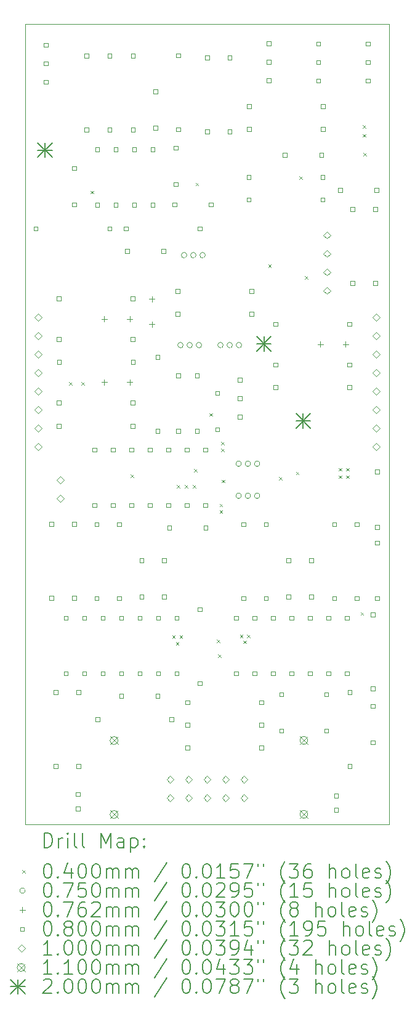
<source format=gbr>
%TF.GenerationSoftware,KiCad,Pcbnew,9.0.4-9.0.4-0~ubuntu22.04.1*%
%TF.CreationDate,2025-10-19T11:48:00+01:00*%
%TF.ProjectId,CD40106_VCO,43443430-3130-4365-9f56-434f2e6b6963,rev?*%
%TF.SameCoordinates,Original*%
%TF.FileFunction,Drillmap*%
%TF.FilePolarity,Positive*%
%FSLAX45Y45*%
G04 Gerber Fmt 4.5, Leading zero omitted, Abs format (unit mm)*
G04 Created by KiCad (PCBNEW 9.0.4-9.0.4-0~ubuntu22.04.1) date 2025-10-19 11:48:00*
%MOMM*%
%LPD*%
G01*
G04 APERTURE LIST*
%ADD10C,0.050000*%
%ADD11C,0.200000*%
%ADD12C,0.100000*%
%ADD13C,0.110000*%
G04 APERTURE END LIST*
D10*
X5450000Y-3650000D02*
X10450000Y-3650000D01*
X5450000Y-3650000D02*
X5450000Y-14650000D01*
X5450000Y-14650000D02*
X10450000Y-14650000D01*
X10450000Y-3650000D02*
X10450000Y-14650000D01*
D11*
D12*
X6050000Y-8570000D02*
X6090000Y-8610000D01*
X6090000Y-8570000D02*
X6050000Y-8610000D01*
X6220000Y-8570000D02*
X6260000Y-8610000D01*
X6260000Y-8570000D02*
X6220000Y-8610000D01*
X6350000Y-5940000D02*
X6390000Y-5980000D01*
X6390000Y-5940000D02*
X6350000Y-5980000D01*
X6900000Y-9840000D02*
X6940000Y-9880000D01*
X6940000Y-9840000D02*
X6900000Y-9880000D01*
X7470000Y-12050000D02*
X7510000Y-12090000D01*
X7510000Y-12050000D02*
X7470000Y-12090000D01*
X7520000Y-12140000D02*
X7560000Y-12180000D01*
X7560000Y-12140000D02*
X7520000Y-12180000D01*
X7530000Y-9980000D02*
X7570000Y-10020000D01*
X7570000Y-9980000D02*
X7530000Y-10020000D01*
X7570000Y-12050000D02*
X7610000Y-12090000D01*
X7610000Y-12050000D02*
X7570000Y-12090000D01*
X7640000Y-9980000D02*
X7680000Y-10020000D01*
X7680000Y-9980000D02*
X7640000Y-10020000D01*
X7750000Y-9980000D02*
X7790000Y-10020000D01*
X7790000Y-9980000D02*
X7750000Y-10020000D01*
X7770000Y-9760000D02*
X7810000Y-9800000D01*
X7810000Y-9760000D02*
X7770000Y-9800000D01*
X7790000Y-5830000D02*
X7830000Y-5870000D01*
X7830000Y-5830000D02*
X7790000Y-5870000D01*
X7980000Y-8995000D02*
X8020000Y-9035000D01*
X8020000Y-8995000D02*
X7980000Y-9035000D01*
X8080000Y-12110000D02*
X8120000Y-12150000D01*
X8120000Y-12110000D02*
X8080000Y-12150000D01*
X8100000Y-12310000D02*
X8140000Y-12350000D01*
X8140000Y-12310000D02*
X8100000Y-12350000D01*
X8120000Y-10240000D02*
X8160000Y-10280000D01*
X8160000Y-10240000D02*
X8120000Y-10280000D01*
X8120000Y-10330000D02*
X8160000Y-10370000D01*
X8160000Y-10330000D02*
X8120000Y-10370000D01*
X8140000Y-9390000D02*
X8180000Y-9430000D01*
X8180000Y-9390000D02*
X8140000Y-9430000D01*
X8140000Y-9480000D02*
X8180000Y-9520000D01*
X8180000Y-9480000D02*
X8140000Y-9520000D01*
X8150000Y-9910000D02*
X8190000Y-9950000D01*
X8190000Y-9910000D02*
X8150000Y-9950000D01*
X8400000Y-12040000D02*
X8440000Y-12080000D01*
X8440000Y-12040000D02*
X8400000Y-12080000D01*
X8450000Y-12120000D02*
X8490000Y-12160000D01*
X8490000Y-12120000D02*
X8450000Y-12160000D01*
X8500000Y-12040000D02*
X8540000Y-12080000D01*
X8540000Y-12040000D02*
X8500000Y-12080000D01*
X8790000Y-6950000D02*
X8830000Y-6990000D01*
X8830000Y-6950000D02*
X8790000Y-6990000D01*
X8940000Y-9874950D02*
X8980000Y-9914950D01*
X8980000Y-9874950D02*
X8940000Y-9914950D01*
X9170000Y-9800000D02*
X9210000Y-9840000D01*
X9210000Y-9800000D02*
X9170000Y-9840000D01*
X9220000Y-5740000D02*
X9260000Y-5780000D01*
X9260000Y-5740000D02*
X9220000Y-5780000D01*
X9295000Y-7111066D02*
X9335000Y-7151066D01*
X9335000Y-7111066D02*
X9295000Y-7151066D01*
X9760000Y-9750000D02*
X9800000Y-9790000D01*
X9800000Y-9750000D02*
X9760000Y-9790000D01*
X9760000Y-9850000D02*
X9800000Y-9890000D01*
X9800000Y-9850000D02*
X9760000Y-9890000D01*
X9860000Y-9750000D02*
X9900000Y-9790000D01*
X9900000Y-9750000D02*
X9860000Y-9790000D01*
X9860000Y-9850000D02*
X9900000Y-9890000D01*
X9900000Y-9850000D02*
X9860000Y-9890000D01*
X10060000Y-11730000D02*
X10100000Y-11770000D01*
X10100000Y-11730000D02*
X10060000Y-11770000D01*
X10090000Y-5040000D02*
X10130000Y-5080000D01*
X10130000Y-5040000D02*
X10090000Y-5080000D01*
X10090000Y-5160000D02*
X10130000Y-5200000D01*
X10130000Y-5160000D02*
X10090000Y-5200000D01*
X10100000Y-5420000D02*
X10140000Y-5460000D01*
X10140000Y-5420000D02*
X10100000Y-5460000D01*
X7620500Y-8060000D02*
G75*
G02*
X7545500Y-8060000I-37500J0D01*
G01*
X7545500Y-8060000D02*
G75*
G02*
X7620500Y-8060000I37500J0D01*
G01*
X7670500Y-6824000D02*
G75*
G02*
X7595500Y-6824000I-37500J0D01*
G01*
X7595500Y-6824000D02*
G75*
G02*
X7670500Y-6824000I37500J0D01*
G01*
X7747500Y-8060000D02*
G75*
G02*
X7672500Y-8060000I-37500J0D01*
G01*
X7672500Y-8060000D02*
G75*
G02*
X7747500Y-8060000I37500J0D01*
G01*
X7797500Y-6824000D02*
G75*
G02*
X7722500Y-6824000I-37500J0D01*
G01*
X7722500Y-6824000D02*
G75*
G02*
X7797500Y-6824000I37500J0D01*
G01*
X7874500Y-8060000D02*
G75*
G02*
X7799500Y-8060000I-37500J0D01*
G01*
X7799500Y-8060000D02*
G75*
G02*
X7874500Y-8060000I37500J0D01*
G01*
X7924500Y-6824000D02*
G75*
G02*
X7849500Y-6824000I-37500J0D01*
G01*
X7849500Y-6824000D02*
G75*
G02*
X7924500Y-6824000I37500J0D01*
G01*
X8170500Y-8060000D02*
G75*
G02*
X8095500Y-8060000I-37500J0D01*
G01*
X8095500Y-8060000D02*
G75*
G02*
X8170500Y-8060000I37500J0D01*
G01*
X8297500Y-8060000D02*
G75*
G02*
X8222500Y-8060000I-37500J0D01*
G01*
X8222500Y-8060000D02*
G75*
G02*
X8297500Y-8060000I37500J0D01*
G01*
X8420500Y-9690000D02*
G75*
G02*
X8345500Y-9690000I-37500J0D01*
G01*
X8345500Y-9690000D02*
G75*
G02*
X8420500Y-9690000I37500J0D01*
G01*
X8420500Y-10130000D02*
G75*
G02*
X8345500Y-10130000I-37500J0D01*
G01*
X8345500Y-10130000D02*
G75*
G02*
X8420500Y-10130000I37500J0D01*
G01*
X8424500Y-8060000D02*
G75*
G02*
X8349500Y-8060000I-37500J0D01*
G01*
X8349500Y-8060000D02*
G75*
G02*
X8424500Y-8060000I37500J0D01*
G01*
X8547500Y-9690000D02*
G75*
G02*
X8472500Y-9690000I-37500J0D01*
G01*
X8472500Y-9690000D02*
G75*
G02*
X8547500Y-9690000I37500J0D01*
G01*
X8547500Y-10130000D02*
G75*
G02*
X8472500Y-10130000I-37500J0D01*
G01*
X8472500Y-10130000D02*
G75*
G02*
X8547500Y-10130000I37500J0D01*
G01*
X8674500Y-9690000D02*
G75*
G02*
X8599500Y-9690000I-37500J0D01*
G01*
X8599500Y-9690000D02*
G75*
G02*
X8674500Y-9690000I37500J0D01*
G01*
X8674500Y-10130000D02*
G75*
G02*
X8599500Y-10130000I-37500J0D01*
G01*
X8599500Y-10130000D02*
G75*
G02*
X8674500Y-10130000I37500J0D01*
G01*
X6535000Y-7661900D02*
X6535000Y-7738100D01*
X6496900Y-7700000D02*
X6573100Y-7700000D01*
X6535000Y-8531900D02*
X6535000Y-8608100D01*
X6496900Y-8570000D02*
X6573100Y-8570000D01*
X6885000Y-7661900D02*
X6885000Y-7738100D01*
X6846900Y-7700000D02*
X6923100Y-7700000D01*
X6885000Y-8531900D02*
X6885000Y-8608100D01*
X6846900Y-8570000D02*
X6923100Y-8570000D01*
X7190000Y-7386900D02*
X7190000Y-7463100D01*
X7151900Y-7425000D02*
X7228100Y-7425000D01*
X7190000Y-7736900D02*
X7190000Y-7813100D01*
X7151900Y-7775000D02*
X7228100Y-7775000D01*
X9505000Y-8011900D02*
X9505000Y-8088100D01*
X9466900Y-8050000D02*
X9543100Y-8050000D01*
X9855000Y-8011900D02*
X9855000Y-8088100D01*
X9816900Y-8050000D02*
X9893100Y-8050000D01*
X5620284Y-6488284D02*
X5620284Y-6431715D01*
X5563716Y-6431715D01*
X5563716Y-6488284D01*
X5620284Y-6488284D01*
X5758284Y-3964284D02*
X5758284Y-3907715D01*
X5701715Y-3907715D01*
X5701715Y-3964284D01*
X5758284Y-3964284D01*
X5758284Y-4218285D02*
X5758284Y-4161715D01*
X5701715Y-4161715D01*
X5701715Y-4218285D01*
X5758284Y-4218285D01*
X5758284Y-4472285D02*
X5758284Y-4415716D01*
X5701715Y-4415716D01*
X5701715Y-4472285D01*
X5758284Y-4472285D01*
X5838284Y-10548285D02*
X5838284Y-10491716D01*
X5781715Y-10491716D01*
X5781715Y-10548285D01*
X5838284Y-10548285D01*
X5838284Y-11564284D02*
X5838284Y-11507715D01*
X5781715Y-11507715D01*
X5781715Y-11564284D01*
X5838284Y-11564284D01*
X5898284Y-12860284D02*
X5898284Y-12803715D01*
X5841715Y-12803715D01*
X5841715Y-12860284D01*
X5898284Y-12860284D01*
X5898284Y-13876284D02*
X5898284Y-13819715D01*
X5841715Y-13819715D01*
X5841715Y-13876284D01*
X5898284Y-13876284D01*
X5938284Y-7448284D02*
X5938284Y-7391715D01*
X5881715Y-7391715D01*
X5881715Y-7448284D01*
X5938284Y-7448284D01*
X5940284Y-8008284D02*
X5940284Y-7951715D01*
X5883715Y-7951715D01*
X5883715Y-8008284D01*
X5940284Y-8008284D01*
X5940284Y-8878285D02*
X5940284Y-8821716D01*
X5883715Y-8821716D01*
X5883715Y-8878285D01*
X5940284Y-8878285D01*
X5940284Y-9198285D02*
X5940284Y-9141716D01*
X5883715Y-9141716D01*
X5883715Y-9198285D01*
X5940284Y-9198285D01*
X5942284Y-8318284D02*
X5942284Y-8261715D01*
X5885715Y-8261715D01*
X5885715Y-8318284D01*
X5942284Y-8318284D01*
X6036784Y-11838284D02*
X6036784Y-11781715D01*
X5980215Y-11781715D01*
X5980215Y-11838284D01*
X6036784Y-11838284D01*
X6036784Y-12600284D02*
X6036784Y-12543715D01*
X5980215Y-12543715D01*
X5980215Y-12600284D01*
X6036784Y-12600284D01*
X6148284Y-5658284D02*
X6148284Y-5601715D01*
X6091715Y-5601715D01*
X6091715Y-5658284D01*
X6148284Y-5658284D01*
X6148284Y-6158284D02*
X6148284Y-6101715D01*
X6091715Y-6101715D01*
X6091715Y-6158284D01*
X6148284Y-6158284D01*
X6148284Y-10548285D02*
X6148284Y-10491716D01*
X6091715Y-10491716D01*
X6091715Y-10548285D01*
X6148284Y-10548285D01*
X6148284Y-11564284D02*
X6148284Y-11507715D01*
X6091715Y-11507715D01*
X6091715Y-11564284D01*
X6148284Y-11564284D01*
X6203284Y-14258284D02*
X6203284Y-14201715D01*
X6146715Y-14201715D01*
X6146715Y-14258284D01*
X6203284Y-14258284D01*
X6203284Y-14458284D02*
X6203284Y-14401715D01*
X6146715Y-14401715D01*
X6146715Y-14458284D01*
X6203284Y-14458284D01*
X6208284Y-12860284D02*
X6208284Y-12803715D01*
X6151715Y-12803715D01*
X6151715Y-12860284D01*
X6208284Y-12860284D01*
X6208284Y-13876284D02*
X6208284Y-13819715D01*
X6151715Y-13819715D01*
X6151715Y-13876284D01*
X6208284Y-13876284D01*
X6290784Y-11838284D02*
X6290784Y-11781715D01*
X6234215Y-11781715D01*
X6234215Y-11838284D01*
X6290784Y-11838284D01*
X6290784Y-12600284D02*
X6290784Y-12543715D01*
X6234215Y-12543715D01*
X6234215Y-12600284D01*
X6290784Y-12600284D01*
X6318284Y-4112284D02*
X6318284Y-4055715D01*
X6261715Y-4055715D01*
X6261715Y-4112284D01*
X6318284Y-4112284D01*
X6318284Y-5128285D02*
X6318284Y-5071716D01*
X6261715Y-5071716D01*
X6261715Y-5128285D01*
X6318284Y-5128285D01*
X6426784Y-9525785D02*
X6426784Y-9469216D01*
X6370215Y-9469216D01*
X6370215Y-9525785D01*
X6426784Y-9525785D01*
X6426784Y-10287785D02*
X6426784Y-10231216D01*
X6370215Y-10231216D01*
X6370215Y-10287785D01*
X6426784Y-10287785D01*
X6458284Y-10550285D02*
X6458284Y-10493716D01*
X6401715Y-10493716D01*
X6401715Y-10550285D01*
X6458284Y-10550285D01*
X6458284Y-11566284D02*
X6458284Y-11509715D01*
X6401715Y-11509715D01*
X6401715Y-11566284D01*
X6458284Y-11566284D01*
X6468284Y-5398285D02*
X6468284Y-5341716D01*
X6411715Y-5341716D01*
X6411715Y-5398285D01*
X6468284Y-5398285D01*
X6468284Y-6160284D02*
X6468284Y-6103715D01*
X6411715Y-6103715D01*
X6411715Y-6160284D01*
X6468284Y-6160284D01*
X6470284Y-13228284D02*
X6470284Y-13171715D01*
X6413715Y-13171715D01*
X6413715Y-13228284D01*
X6470284Y-13228284D01*
X6544784Y-11838284D02*
X6544784Y-11781715D01*
X6488215Y-11781715D01*
X6488215Y-11838284D01*
X6544784Y-11838284D01*
X6544784Y-12600284D02*
X6544784Y-12543715D01*
X6488215Y-12543715D01*
X6488215Y-12600284D01*
X6544784Y-12600284D01*
X6636284Y-6488284D02*
X6636284Y-6431715D01*
X6579715Y-6431715D01*
X6579715Y-6488284D01*
X6636284Y-6488284D01*
X6638284Y-4110284D02*
X6638284Y-4053715D01*
X6581715Y-4053715D01*
X6581715Y-4110284D01*
X6638284Y-4110284D01*
X6638284Y-5126285D02*
X6638284Y-5069716D01*
X6581715Y-5069716D01*
X6581715Y-5126285D01*
X6638284Y-5126285D01*
X6680784Y-9525785D02*
X6680784Y-9469216D01*
X6624215Y-9469216D01*
X6624215Y-9525785D01*
X6680784Y-9525785D01*
X6680784Y-10287785D02*
X6680784Y-10231216D01*
X6624215Y-10231216D01*
X6624215Y-10287785D01*
X6680784Y-10287785D01*
X6722284Y-5398285D02*
X6722284Y-5341716D01*
X6665715Y-5341716D01*
X6665715Y-5398285D01*
X6722284Y-5398285D01*
X6722284Y-6160284D02*
X6722284Y-6103715D01*
X6665715Y-6103715D01*
X6665715Y-6160284D01*
X6722284Y-6160284D01*
X6768284Y-10550285D02*
X6768284Y-10493716D01*
X6711715Y-10493716D01*
X6711715Y-10550285D01*
X6768284Y-10550285D01*
X6768284Y-11566284D02*
X6768284Y-11509715D01*
X6711715Y-11509715D01*
X6711715Y-11566284D01*
X6768284Y-11566284D01*
X6798284Y-12908284D02*
X6798284Y-12851715D01*
X6741715Y-12851715D01*
X6741715Y-12908284D01*
X6798284Y-12908284D01*
X6798784Y-11838284D02*
X6798784Y-11781715D01*
X6742215Y-11781715D01*
X6742215Y-11838284D01*
X6798784Y-11838284D01*
X6798784Y-12600284D02*
X6798784Y-12543715D01*
X6742215Y-12543715D01*
X6742215Y-12600284D01*
X6798784Y-12600284D01*
X6860284Y-6488284D02*
X6860284Y-6431715D01*
X6803715Y-6431715D01*
X6803715Y-6488284D01*
X6860284Y-6488284D01*
X6878284Y-6798284D02*
X6878284Y-6741715D01*
X6821715Y-6741715D01*
X6821715Y-6798284D01*
X6878284Y-6798284D01*
X6934784Y-9525785D02*
X6934784Y-9469216D01*
X6878215Y-9469216D01*
X6878215Y-9525785D01*
X6934784Y-9525785D01*
X6934784Y-10287785D02*
X6934784Y-10231216D01*
X6878215Y-10231216D01*
X6878215Y-10287785D01*
X6934784Y-10287785D01*
X6954284Y-7448284D02*
X6954284Y-7391715D01*
X6897715Y-7391715D01*
X6897715Y-7448284D01*
X6954284Y-7448284D01*
X6956284Y-8008284D02*
X6956284Y-7951715D01*
X6899715Y-7951715D01*
X6899715Y-8008284D01*
X6956284Y-8008284D01*
X6956284Y-8878285D02*
X6956284Y-8821716D01*
X6899715Y-8821716D01*
X6899715Y-8878285D01*
X6956284Y-8878285D01*
X6956284Y-9198285D02*
X6956284Y-9141716D01*
X6899715Y-9141716D01*
X6899715Y-9198285D01*
X6956284Y-9198285D01*
X6958284Y-4110284D02*
X6958284Y-4053715D01*
X6901715Y-4053715D01*
X6901715Y-4110284D01*
X6958284Y-4110284D01*
X6958284Y-5126285D02*
X6958284Y-5069716D01*
X6901715Y-5069716D01*
X6901715Y-5126285D01*
X6958284Y-5126285D01*
X6958284Y-8318284D02*
X6958284Y-8261715D01*
X6901715Y-8261715D01*
X6901715Y-8318284D01*
X6958284Y-8318284D01*
X6976284Y-5398285D02*
X6976284Y-5341716D01*
X6919715Y-5341716D01*
X6919715Y-5398285D01*
X6976284Y-5398285D01*
X6976284Y-6160284D02*
X6976284Y-6103715D01*
X6919715Y-6103715D01*
X6919715Y-6160284D01*
X6976284Y-6160284D01*
X7052784Y-11838284D02*
X7052784Y-11781715D01*
X6996215Y-11781715D01*
X6996215Y-11838284D01*
X7052784Y-11838284D01*
X7052784Y-12600284D02*
X7052784Y-12543715D01*
X6996215Y-12543715D01*
X6996215Y-12600284D01*
X7052784Y-12600284D01*
X7078284Y-11048285D02*
X7078284Y-10991716D01*
X7021715Y-10991716D01*
X7021715Y-11048285D01*
X7078284Y-11048285D01*
X7078284Y-11548284D02*
X7078284Y-11491715D01*
X7021715Y-11491715D01*
X7021715Y-11548284D01*
X7078284Y-11548284D01*
X7188784Y-9525785D02*
X7188784Y-9469216D01*
X7132215Y-9469216D01*
X7132215Y-9525785D01*
X7188784Y-9525785D01*
X7188784Y-10287785D02*
X7188784Y-10231216D01*
X7132215Y-10231216D01*
X7132215Y-10287785D01*
X7188784Y-10287785D01*
X7230284Y-5398285D02*
X7230284Y-5341716D01*
X7173715Y-5341716D01*
X7173715Y-5398285D01*
X7230284Y-5398285D01*
X7230284Y-6160284D02*
X7230284Y-6103715D01*
X7173715Y-6103715D01*
X7173715Y-6160284D01*
X7230284Y-6160284D01*
X7268284Y-4603285D02*
X7268284Y-4546716D01*
X7211715Y-4546716D01*
X7211715Y-4603285D01*
X7268284Y-4603285D01*
X7268284Y-5103285D02*
X7268284Y-5046716D01*
X7211715Y-5046716D01*
X7211715Y-5103285D01*
X7268284Y-5103285D01*
X7298284Y-8252284D02*
X7298284Y-8195715D01*
X7241715Y-8195715D01*
X7241715Y-8252284D01*
X7298284Y-8252284D01*
X7298284Y-9268285D02*
X7298284Y-9211716D01*
X7241715Y-9211716D01*
X7241715Y-9268285D01*
X7298284Y-9268285D01*
X7298284Y-12908284D02*
X7298284Y-12851715D01*
X7241715Y-12851715D01*
X7241715Y-12908284D01*
X7298284Y-12908284D01*
X7306784Y-11838284D02*
X7306784Y-11781715D01*
X7250215Y-11781715D01*
X7250215Y-11838284D01*
X7306784Y-11838284D01*
X7306784Y-12600284D02*
X7306784Y-12543715D01*
X7250215Y-12543715D01*
X7250215Y-12600284D01*
X7306784Y-12600284D01*
X7378284Y-6798284D02*
X7378284Y-6741715D01*
X7321715Y-6741715D01*
X7321715Y-6798284D01*
X7378284Y-6798284D01*
X7388284Y-11048285D02*
X7388284Y-10991716D01*
X7331715Y-10991716D01*
X7331715Y-11048285D01*
X7388284Y-11048285D01*
X7388284Y-11548284D02*
X7388284Y-11491715D01*
X7331715Y-11491715D01*
X7331715Y-11548284D01*
X7388284Y-11548284D01*
X7442784Y-9525785D02*
X7442784Y-9469216D01*
X7386215Y-9469216D01*
X7386215Y-9525785D01*
X7442784Y-9525785D01*
X7442784Y-10287785D02*
X7442784Y-10231216D01*
X7386215Y-10231216D01*
X7386215Y-10287785D01*
X7442784Y-10287785D01*
X7458284Y-10598285D02*
X7458284Y-10541716D01*
X7401715Y-10541716D01*
X7401715Y-10598285D01*
X7458284Y-10598285D01*
X7486284Y-13228284D02*
X7486284Y-13171715D01*
X7429715Y-13171715D01*
X7429715Y-13228284D01*
X7486284Y-13228284D01*
X7528284Y-6158284D02*
X7528284Y-6101715D01*
X7471715Y-6101715D01*
X7471715Y-6158284D01*
X7528284Y-6158284D01*
X7548284Y-5378285D02*
X7548284Y-5321716D01*
X7491715Y-5321716D01*
X7491715Y-5378285D01*
X7548284Y-5378285D01*
X7548284Y-5878284D02*
X7548284Y-5821715D01*
X7491715Y-5821715D01*
X7491715Y-5878284D01*
X7548284Y-5878284D01*
X7560784Y-11838284D02*
X7560784Y-11781715D01*
X7504215Y-11781715D01*
X7504215Y-11838284D01*
X7560784Y-11838284D01*
X7560784Y-12600284D02*
X7560784Y-12543715D01*
X7504215Y-12543715D01*
X7504215Y-12600284D01*
X7560784Y-12600284D01*
X7570284Y-7348284D02*
X7570284Y-7291715D01*
X7513715Y-7291715D01*
X7513715Y-7348284D01*
X7570284Y-7348284D01*
X7570284Y-7658284D02*
X7570284Y-7601715D01*
X7513715Y-7601715D01*
X7513715Y-7658284D01*
X7570284Y-7658284D01*
X7578284Y-4107284D02*
X7578284Y-4050715D01*
X7521715Y-4050715D01*
X7521715Y-4107284D01*
X7578284Y-4107284D01*
X7578284Y-5123285D02*
X7578284Y-5066716D01*
X7521715Y-5066716D01*
X7521715Y-5123285D01*
X7578284Y-5123285D01*
X7578284Y-8507285D02*
X7578284Y-8450716D01*
X7521715Y-8450716D01*
X7521715Y-8507285D01*
X7578284Y-8507285D01*
X7578284Y-9269285D02*
X7578284Y-9212716D01*
X7521715Y-9212716D01*
X7521715Y-9269285D01*
X7578284Y-9269285D01*
X7696784Y-9525785D02*
X7696784Y-9469216D01*
X7640215Y-9469216D01*
X7640215Y-9525785D01*
X7696784Y-9525785D01*
X7696784Y-10287785D02*
X7696784Y-10231216D01*
X7640215Y-10231216D01*
X7640215Y-10287785D01*
X7696784Y-10287785D01*
X7710284Y-12998284D02*
X7710284Y-12941715D01*
X7653715Y-12941715D01*
X7653715Y-12998284D01*
X7710284Y-12998284D01*
X7710284Y-13308284D02*
X7710284Y-13251715D01*
X7653715Y-13251715D01*
X7653715Y-13308284D01*
X7710284Y-13308284D01*
X7710284Y-13618284D02*
X7710284Y-13561715D01*
X7653715Y-13561715D01*
X7653715Y-13618284D01*
X7710284Y-13618284D01*
X7838284Y-8507285D02*
X7838284Y-8450716D01*
X7781715Y-8450716D01*
X7781715Y-8507285D01*
X7838284Y-8507285D01*
X7838284Y-9269285D02*
X7838284Y-9212716D01*
X7781715Y-9212716D01*
X7781715Y-9269285D01*
X7838284Y-9269285D01*
X7876284Y-6488284D02*
X7876284Y-6431715D01*
X7819715Y-6431715D01*
X7819715Y-6488284D01*
X7876284Y-6488284D01*
X7878284Y-11720284D02*
X7878284Y-11663715D01*
X7821715Y-11663715D01*
X7821715Y-11720284D01*
X7878284Y-11720284D01*
X7878284Y-12736284D02*
X7878284Y-12679715D01*
X7821715Y-12679715D01*
X7821715Y-12736284D01*
X7878284Y-12736284D01*
X7950784Y-9525785D02*
X7950784Y-9469216D01*
X7894215Y-9469216D01*
X7894215Y-9525785D01*
X7950784Y-9525785D01*
X7950784Y-10287785D02*
X7950784Y-10231216D01*
X7894215Y-10231216D01*
X7894215Y-10287785D01*
X7950784Y-10287785D01*
X7958284Y-10598285D02*
X7958284Y-10541716D01*
X7901715Y-10541716D01*
X7901715Y-10598285D01*
X7958284Y-10598285D01*
X7978284Y-4138284D02*
X7978284Y-4081715D01*
X7921715Y-4081715D01*
X7921715Y-4138284D01*
X7978284Y-4138284D01*
X7978284Y-5154285D02*
X7978284Y-5097716D01*
X7921715Y-5097716D01*
X7921715Y-5154285D01*
X7978284Y-5154285D01*
X8028284Y-6158284D02*
X8028284Y-6101715D01*
X7971715Y-6101715D01*
X7971715Y-6158284D01*
X8028284Y-6158284D01*
X8118284Y-8748285D02*
X8118284Y-8691716D01*
X8061715Y-8691716D01*
X8061715Y-8748285D01*
X8118284Y-8748285D01*
X8118284Y-9248285D02*
X8118284Y-9191716D01*
X8061715Y-9191716D01*
X8061715Y-9248285D01*
X8118284Y-9248285D01*
X8288284Y-4138284D02*
X8288284Y-4081715D01*
X8231715Y-4081715D01*
X8231715Y-4138284D01*
X8288284Y-4138284D01*
X8288284Y-5154285D02*
X8288284Y-5097716D01*
X8231715Y-5097716D01*
X8231715Y-5154285D01*
X8288284Y-5154285D01*
X8376784Y-11838284D02*
X8376784Y-11781715D01*
X8320215Y-11781715D01*
X8320215Y-11838284D01*
X8376784Y-11838284D01*
X8376784Y-12600284D02*
X8376784Y-12543715D01*
X8320215Y-12543715D01*
X8320215Y-12600284D01*
X8376784Y-12600284D01*
X8428285Y-8568285D02*
X8428285Y-8511716D01*
X8371715Y-8511716D01*
X8371715Y-8568285D01*
X8428285Y-8568285D01*
X8428285Y-8822285D02*
X8428285Y-8765716D01*
X8371715Y-8765716D01*
X8371715Y-8822285D01*
X8428285Y-8822285D01*
X8428285Y-9076285D02*
X8428285Y-9019716D01*
X8371715Y-9019716D01*
X8371715Y-9076285D01*
X8428285Y-9076285D01*
X8478285Y-10552285D02*
X8478285Y-10495716D01*
X8421716Y-10495716D01*
X8421716Y-10552285D01*
X8478285Y-10552285D01*
X8478285Y-11568284D02*
X8478285Y-11511715D01*
X8421716Y-11511715D01*
X8421716Y-11568284D01*
X8478285Y-11568284D01*
X8550285Y-5778284D02*
X8550285Y-5721715D01*
X8493716Y-5721715D01*
X8493716Y-5778284D01*
X8550285Y-5778284D01*
X8550285Y-6088284D02*
X8550285Y-6031715D01*
X8493716Y-6031715D01*
X8493716Y-6088284D01*
X8550285Y-6088284D01*
X8552285Y-4808285D02*
X8552285Y-4751716D01*
X8495716Y-4751716D01*
X8495716Y-4808285D01*
X8552285Y-4808285D01*
X8552285Y-5118285D02*
X8552285Y-5061716D01*
X8495716Y-5061716D01*
X8495716Y-5118285D01*
X8552285Y-5118285D01*
X8586285Y-7348284D02*
X8586285Y-7291715D01*
X8529716Y-7291715D01*
X8529716Y-7348284D01*
X8586285Y-7348284D01*
X8586285Y-7658284D02*
X8586285Y-7601715D01*
X8529716Y-7601715D01*
X8529716Y-7658284D01*
X8586285Y-7658284D01*
X8630785Y-11838284D02*
X8630785Y-11781715D01*
X8574216Y-11781715D01*
X8574216Y-11838284D01*
X8630785Y-11838284D01*
X8630785Y-12600284D02*
X8630785Y-12543715D01*
X8574216Y-12543715D01*
X8574216Y-12600284D01*
X8630785Y-12600284D01*
X8726285Y-12998284D02*
X8726285Y-12941715D01*
X8669716Y-12941715D01*
X8669716Y-12998284D01*
X8726285Y-12998284D01*
X8726285Y-13308284D02*
X8726285Y-13251715D01*
X8669716Y-13251715D01*
X8669716Y-13308284D01*
X8726285Y-13308284D01*
X8726285Y-13618284D02*
X8726285Y-13561715D01*
X8669716Y-13561715D01*
X8669716Y-13618284D01*
X8726285Y-13618284D01*
X8788285Y-10552285D02*
X8788285Y-10495716D01*
X8731716Y-10495716D01*
X8731716Y-10552285D01*
X8788285Y-10552285D01*
X8788285Y-11568284D02*
X8788285Y-11511715D01*
X8731716Y-11511715D01*
X8731716Y-11568284D01*
X8788285Y-11568284D01*
X8828285Y-3944284D02*
X8828285Y-3887715D01*
X8771716Y-3887715D01*
X8771716Y-3944284D01*
X8828285Y-3944284D01*
X8828285Y-4198285D02*
X8828285Y-4141715D01*
X8771716Y-4141715D01*
X8771716Y-4198285D01*
X8828285Y-4198285D01*
X8828285Y-4452285D02*
X8828285Y-4395716D01*
X8771716Y-4395716D01*
X8771716Y-4452285D01*
X8828285Y-4452285D01*
X8884785Y-11838284D02*
X8884785Y-11781715D01*
X8828216Y-11781715D01*
X8828216Y-11838284D01*
X8884785Y-11838284D01*
X8884785Y-12600284D02*
X8884785Y-12543715D01*
X8828216Y-12543715D01*
X8828216Y-12600284D01*
X8884785Y-12600284D01*
X8920285Y-7798284D02*
X8920285Y-7741715D01*
X8863716Y-7741715D01*
X8863716Y-7798284D01*
X8920285Y-7798284D01*
X8920285Y-8358284D02*
X8920285Y-8301715D01*
X8863716Y-8301715D01*
X8863716Y-8358284D01*
X8920285Y-8358284D01*
X8920285Y-8668285D02*
X8920285Y-8611716D01*
X8863716Y-8611716D01*
X8863716Y-8668285D01*
X8920285Y-8668285D01*
X8998285Y-12888284D02*
X8998285Y-12831715D01*
X8941716Y-12831715D01*
X8941716Y-12888284D01*
X8998285Y-12888284D01*
X8998285Y-13388284D02*
X8998285Y-13331715D01*
X8941716Y-13331715D01*
X8941716Y-13388284D01*
X8998285Y-13388284D01*
X9048285Y-5478285D02*
X9048285Y-5421716D01*
X8991716Y-5421716D01*
X8991716Y-5478285D01*
X9048285Y-5478285D01*
X9098285Y-11048285D02*
X9098285Y-10991716D01*
X9041716Y-10991716D01*
X9041716Y-11048285D01*
X9098285Y-11048285D01*
X9098285Y-11548284D02*
X9098285Y-11491715D01*
X9041716Y-11491715D01*
X9041716Y-11548284D01*
X9098285Y-11548284D01*
X9138785Y-11838284D02*
X9138785Y-11781715D01*
X9082216Y-11781715D01*
X9082216Y-11838284D01*
X9138785Y-11838284D01*
X9138785Y-12600284D02*
X9138785Y-12543715D01*
X9082216Y-12543715D01*
X9082216Y-12600284D01*
X9138785Y-12600284D01*
X9392785Y-11838284D02*
X9392785Y-11781715D01*
X9336216Y-11781715D01*
X9336216Y-11838284D01*
X9392785Y-11838284D01*
X9392785Y-12600284D02*
X9392785Y-12543715D01*
X9336216Y-12543715D01*
X9336216Y-12600284D01*
X9392785Y-12600284D01*
X9408285Y-11048285D02*
X9408285Y-10991716D01*
X9351716Y-10991716D01*
X9351716Y-11048285D01*
X9408285Y-11048285D01*
X9408285Y-11548284D02*
X9408285Y-11491715D01*
X9351716Y-11491715D01*
X9351716Y-11548284D01*
X9408285Y-11548284D01*
X9508285Y-3948284D02*
X9508285Y-3891715D01*
X9451716Y-3891715D01*
X9451716Y-3948284D01*
X9508285Y-3948284D01*
X9508285Y-4202285D02*
X9508285Y-4145715D01*
X9451716Y-4145715D01*
X9451716Y-4202285D01*
X9508285Y-4202285D01*
X9508285Y-4456285D02*
X9508285Y-4399716D01*
X9451716Y-4399716D01*
X9451716Y-4456285D01*
X9508285Y-4456285D01*
X9548285Y-5478285D02*
X9548285Y-5421716D01*
X9491716Y-5421716D01*
X9491716Y-5478285D01*
X9548285Y-5478285D01*
X9566285Y-5778284D02*
X9566285Y-5721715D01*
X9509716Y-5721715D01*
X9509716Y-5778284D01*
X9566285Y-5778284D01*
X9566285Y-6088284D02*
X9566285Y-6031715D01*
X9509716Y-6031715D01*
X9509716Y-6088284D01*
X9566285Y-6088284D01*
X9568285Y-4808285D02*
X9568285Y-4751716D01*
X9511716Y-4751716D01*
X9511716Y-4808285D01*
X9568285Y-4808285D01*
X9568285Y-5118285D02*
X9568285Y-5061716D01*
X9511716Y-5061716D01*
X9511716Y-5118285D01*
X9568285Y-5118285D01*
X9618285Y-12888284D02*
X9618285Y-12831715D01*
X9561716Y-12831715D01*
X9561716Y-12888284D01*
X9618285Y-12888284D01*
X9618285Y-13388284D02*
X9618285Y-13331715D01*
X9561716Y-13331715D01*
X9561716Y-13388284D01*
X9618285Y-13388284D01*
X9646785Y-11838284D02*
X9646785Y-11781715D01*
X9590216Y-11781715D01*
X9590216Y-11838284D01*
X9646785Y-11838284D01*
X9646785Y-12600284D02*
X9646785Y-12543715D01*
X9590216Y-12543715D01*
X9590216Y-12600284D01*
X9646785Y-12600284D01*
X9728285Y-10550285D02*
X9728285Y-10493716D01*
X9671716Y-10493716D01*
X9671716Y-10550285D01*
X9728285Y-10550285D01*
X9728285Y-11566284D02*
X9728285Y-11509715D01*
X9671716Y-11509715D01*
X9671716Y-11566284D01*
X9728285Y-11566284D01*
X9753285Y-14278284D02*
X9753285Y-14221715D01*
X9696716Y-14221715D01*
X9696716Y-14278284D01*
X9753285Y-14278284D01*
X9753285Y-14478284D02*
X9753285Y-14421715D01*
X9696716Y-14421715D01*
X9696716Y-14478284D01*
X9753285Y-14478284D01*
X9808285Y-5958284D02*
X9808285Y-5901715D01*
X9751716Y-5901715D01*
X9751716Y-5958284D01*
X9808285Y-5958284D01*
X9900785Y-11838284D02*
X9900785Y-11781715D01*
X9844216Y-11781715D01*
X9844216Y-11838284D01*
X9900785Y-11838284D01*
X9900785Y-12600284D02*
X9900785Y-12543715D01*
X9844216Y-12543715D01*
X9844216Y-12600284D01*
X9900785Y-12600284D01*
X9936285Y-7798284D02*
X9936285Y-7741715D01*
X9879716Y-7741715D01*
X9879716Y-7798284D01*
X9936285Y-7798284D01*
X9936285Y-8358284D02*
X9936285Y-8301715D01*
X9879716Y-8301715D01*
X9879716Y-8358284D01*
X9936285Y-8358284D01*
X9936285Y-8668285D02*
X9936285Y-8611716D01*
X9879716Y-8611716D01*
X9879716Y-8668285D01*
X9936285Y-8668285D01*
X9938285Y-12860284D02*
X9938285Y-12803715D01*
X9881716Y-12803715D01*
X9881716Y-12860284D01*
X9938285Y-12860284D01*
X9938285Y-13876284D02*
X9938285Y-13819715D01*
X9881716Y-13819715D01*
X9881716Y-13876284D01*
X9938285Y-13876284D01*
X9978285Y-6218284D02*
X9978285Y-6161715D01*
X9921716Y-6161715D01*
X9921716Y-6218284D01*
X9978285Y-6218284D01*
X9978285Y-7234284D02*
X9978285Y-7177715D01*
X9921716Y-7177715D01*
X9921716Y-7234284D01*
X9978285Y-7234284D01*
X10038285Y-10552285D02*
X10038285Y-10495716D01*
X9981716Y-10495716D01*
X9981716Y-10552285D01*
X10038285Y-10552285D01*
X10038285Y-11568284D02*
X10038285Y-11511715D01*
X9981716Y-11511715D01*
X9981716Y-11568284D01*
X10038285Y-11568284D01*
X10188285Y-3948284D02*
X10188285Y-3891715D01*
X10131716Y-3891715D01*
X10131716Y-3948284D01*
X10188285Y-3948284D01*
X10188285Y-4202285D02*
X10188285Y-4145715D01*
X10131716Y-4145715D01*
X10131716Y-4202285D01*
X10188285Y-4202285D01*
X10188285Y-4456285D02*
X10188285Y-4399716D01*
X10131716Y-4399716D01*
X10131716Y-4456285D01*
X10188285Y-4456285D01*
X10258285Y-11790284D02*
X10258285Y-11733715D01*
X10201716Y-11733715D01*
X10201716Y-11790284D01*
X10258285Y-11790284D01*
X10258285Y-12806284D02*
X10258285Y-12749715D01*
X10201716Y-12749715D01*
X10201716Y-12806284D01*
X10258285Y-12806284D01*
X10258285Y-13048284D02*
X10258285Y-12991715D01*
X10201716Y-12991715D01*
X10201716Y-13048284D01*
X10258285Y-13048284D01*
X10258285Y-13548284D02*
X10258285Y-13491715D01*
X10201716Y-13491715D01*
X10201716Y-13548284D01*
X10258285Y-13548284D01*
X10288285Y-6218284D02*
X10288285Y-6161715D01*
X10231716Y-6161715D01*
X10231716Y-6218284D01*
X10288285Y-6218284D01*
X10288285Y-7234284D02*
X10288285Y-7177715D01*
X10231716Y-7177715D01*
X10231716Y-7234284D01*
X10288285Y-7234284D01*
X10308285Y-5958284D02*
X10308285Y-5901715D01*
X10251716Y-5901715D01*
X10251716Y-5958284D01*
X10308285Y-5958284D01*
X10318285Y-9826285D02*
X10318285Y-9769716D01*
X10261716Y-9769716D01*
X10261716Y-9826285D01*
X10318285Y-9826285D01*
X10318285Y-10588285D02*
X10318285Y-10531716D01*
X10261716Y-10531716D01*
X10261716Y-10588285D01*
X10318285Y-10588285D01*
X10318285Y-10806285D02*
X10318285Y-10749716D01*
X10261716Y-10749716D01*
X10261716Y-10806285D01*
X10318285Y-10806285D01*
X10318285Y-11568284D02*
X10318285Y-11511715D01*
X10261716Y-11511715D01*
X10261716Y-11568284D01*
X10318285Y-11568284D01*
X5625000Y-7725000D02*
X5675000Y-7675000D01*
X5625000Y-7625000D01*
X5575000Y-7675000D01*
X5625000Y-7725000D01*
X5625000Y-7979000D02*
X5675000Y-7929000D01*
X5625000Y-7879000D01*
X5575000Y-7929000D01*
X5625000Y-7979000D01*
X5625000Y-8233000D02*
X5675000Y-8183000D01*
X5625000Y-8133000D01*
X5575000Y-8183000D01*
X5625000Y-8233000D01*
X5625000Y-8487000D02*
X5675000Y-8437000D01*
X5625000Y-8387000D01*
X5575000Y-8437000D01*
X5625000Y-8487000D01*
X5625000Y-8741000D02*
X5675000Y-8691000D01*
X5625000Y-8641000D01*
X5575000Y-8691000D01*
X5625000Y-8741000D01*
X5625000Y-8995000D02*
X5675000Y-8945000D01*
X5625000Y-8895000D01*
X5575000Y-8945000D01*
X5625000Y-8995000D01*
X5625000Y-9249000D02*
X5675000Y-9199000D01*
X5625000Y-9149000D01*
X5575000Y-9199000D01*
X5625000Y-9249000D01*
X5625000Y-9503000D02*
X5675000Y-9453000D01*
X5625000Y-9403000D01*
X5575000Y-9453000D01*
X5625000Y-9503000D01*
X5930000Y-9960000D02*
X5980000Y-9910000D01*
X5930000Y-9860000D01*
X5880000Y-9910000D01*
X5930000Y-9960000D01*
X5930000Y-10214000D02*
X5980000Y-10164000D01*
X5930000Y-10114000D01*
X5880000Y-10164000D01*
X5930000Y-10214000D01*
X7442000Y-14075000D02*
X7492000Y-14025000D01*
X7442000Y-13975000D01*
X7392000Y-14025000D01*
X7442000Y-14075000D01*
X7442000Y-14329000D02*
X7492000Y-14279000D01*
X7442000Y-14229000D01*
X7392000Y-14279000D01*
X7442000Y-14329000D01*
X7696000Y-14075000D02*
X7746000Y-14025000D01*
X7696000Y-13975000D01*
X7646000Y-14025000D01*
X7696000Y-14075000D01*
X7696000Y-14329000D02*
X7746000Y-14279000D01*
X7696000Y-14229000D01*
X7646000Y-14279000D01*
X7696000Y-14329000D01*
X7950000Y-14075000D02*
X8000000Y-14025000D01*
X7950000Y-13975000D01*
X7900000Y-14025000D01*
X7950000Y-14075000D01*
X7950000Y-14329000D02*
X8000000Y-14279000D01*
X7950000Y-14229000D01*
X7900000Y-14279000D01*
X7950000Y-14329000D01*
X8204000Y-14075000D02*
X8254000Y-14025000D01*
X8204000Y-13975000D01*
X8154000Y-14025000D01*
X8204000Y-14075000D01*
X8204000Y-14329000D02*
X8254000Y-14279000D01*
X8204000Y-14229000D01*
X8154000Y-14279000D01*
X8204000Y-14329000D01*
X8458000Y-14075000D02*
X8508000Y-14025000D01*
X8458000Y-13975000D01*
X8408000Y-14025000D01*
X8458000Y-14075000D01*
X8458000Y-14329000D02*
X8508000Y-14279000D01*
X8458000Y-14229000D01*
X8408000Y-14279000D01*
X8458000Y-14329000D01*
X9600000Y-6598000D02*
X9650000Y-6548000D01*
X9600000Y-6498000D01*
X9550000Y-6548000D01*
X9600000Y-6598000D01*
X9600000Y-6852000D02*
X9650000Y-6802000D01*
X9600000Y-6752000D01*
X9550000Y-6802000D01*
X9600000Y-6852000D01*
X9600000Y-7106000D02*
X9650000Y-7056000D01*
X9600000Y-7006000D01*
X9550000Y-7056000D01*
X9600000Y-7106000D01*
X9600000Y-7360000D02*
X9650000Y-7310000D01*
X9600000Y-7260000D01*
X9550000Y-7310000D01*
X9600000Y-7360000D01*
X10275000Y-7725000D02*
X10325000Y-7675000D01*
X10275000Y-7625000D01*
X10225000Y-7675000D01*
X10275000Y-7725000D01*
X10275000Y-7979000D02*
X10325000Y-7929000D01*
X10275000Y-7879000D01*
X10225000Y-7929000D01*
X10275000Y-7979000D01*
X10275000Y-8233000D02*
X10325000Y-8183000D01*
X10275000Y-8133000D01*
X10225000Y-8183000D01*
X10275000Y-8233000D01*
X10275000Y-8487000D02*
X10325000Y-8437000D01*
X10275000Y-8387000D01*
X10225000Y-8437000D01*
X10275000Y-8487000D01*
X10275000Y-8741000D02*
X10325000Y-8691000D01*
X10275000Y-8641000D01*
X10225000Y-8691000D01*
X10275000Y-8741000D01*
X10275000Y-8995000D02*
X10325000Y-8945000D01*
X10275000Y-8895000D01*
X10225000Y-8945000D01*
X10275000Y-8995000D01*
X10275000Y-9249000D02*
X10325000Y-9199000D01*
X10275000Y-9149000D01*
X10225000Y-9199000D01*
X10275000Y-9249000D01*
X10275000Y-9503000D02*
X10325000Y-9453000D01*
X10275000Y-9403000D01*
X10225000Y-9453000D01*
X10275000Y-9503000D01*
D13*
X6615000Y-13439000D02*
X6725000Y-13549000D01*
X6725000Y-13439000D02*
X6615000Y-13549000D01*
X6725000Y-13494000D02*
G75*
G02*
X6615000Y-13494000I-55000J0D01*
G01*
X6615000Y-13494000D02*
G75*
G02*
X6725000Y-13494000I55000J0D01*
G01*
X6615000Y-14455000D02*
X6725000Y-14565000D01*
X6725000Y-14455000D02*
X6615000Y-14565000D01*
X6725000Y-14510000D02*
G75*
G02*
X6615000Y-14510000I-55000J0D01*
G01*
X6615000Y-14510000D02*
G75*
G02*
X6725000Y-14510000I55000J0D01*
G01*
X9225000Y-13437000D02*
X9335000Y-13547000D01*
X9335000Y-13437000D02*
X9225000Y-13547000D01*
X9335000Y-13492000D02*
G75*
G02*
X9225000Y-13492000I-55000J0D01*
G01*
X9225000Y-13492000D02*
G75*
G02*
X9335000Y-13492000I55000J0D01*
G01*
X9225000Y-14453000D02*
X9335000Y-14563000D01*
X9335000Y-14453000D02*
X9225000Y-14563000D01*
X9335000Y-14508000D02*
G75*
G02*
X9225000Y-14508000I-55000J0D01*
G01*
X9225000Y-14508000D02*
G75*
G02*
X9335000Y-14508000I55000J0D01*
G01*
D11*
X5620000Y-5280000D02*
X5820000Y-5480000D01*
X5820000Y-5280000D02*
X5620000Y-5480000D01*
X5720000Y-5280000D02*
X5720000Y-5480000D01*
X5620000Y-5380000D02*
X5820000Y-5380000D01*
X8630000Y-7940000D02*
X8830000Y-8140000D01*
X8830000Y-7940000D02*
X8630000Y-8140000D01*
X8730000Y-7940000D02*
X8730000Y-8140000D01*
X8630000Y-8040000D02*
X8830000Y-8040000D01*
X9170000Y-9000000D02*
X9370000Y-9200000D01*
X9370000Y-9000000D02*
X9170000Y-9200000D01*
X9270000Y-9000000D02*
X9270000Y-9200000D01*
X9170000Y-9100000D02*
X9370000Y-9100000D01*
X5708277Y-14963984D02*
X5708277Y-14763984D01*
X5708277Y-14763984D02*
X5755896Y-14763984D01*
X5755896Y-14763984D02*
X5784467Y-14773508D01*
X5784467Y-14773508D02*
X5803515Y-14792555D01*
X5803515Y-14792555D02*
X5813039Y-14811603D01*
X5813039Y-14811603D02*
X5822562Y-14849698D01*
X5822562Y-14849698D02*
X5822562Y-14878269D01*
X5822562Y-14878269D02*
X5813039Y-14916365D01*
X5813039Y-14916365D02*
X5803515Y-14935412D01*
X5803515Y-14935412D02*
X5784467Y-14954460D01*
X5784467Y-14954460D02*
X5755896Y-14963984D01*
X5755896Y-14963984D02*
X5708277Y-14963984D01*
X5908277Y-14963984D02*
X5908277Y-14830650D01*
X5908277Y-14868746D02*
X5917801Y-14849698D01*
X5917801Y-14849698D02*
X5927324Y-14840174D01*
X5927324Y-14840174D02*
X5946372Y-14830650D01*
X5946372Y-14830650D02*
X5965420Y-14830650D01*
X6032086Y-14963984D02*
X6032086Y-14830650D01*
X6032086Y-14763984D02*
X6022562Y-14773508D01*
X6022562Y-14773508D02*
X6032086Y-14783031D01*
X6032086Y-14783031D02*
X6041610Y-14773508D01*
X6041610Y-14773508D02*
X6032086Y-14763984D01*
X6032086Y-14763984D02*
X6032086Y-14783031D01*
X6155896Y-14963984D02*
X6136848Y-14954460D01*
X6136848Y-14954460D02*
X6127324Y-14935412D01*
X6127324Y-14935412D02*
X6127324Y-14763984D01*
X6260658Y-14963984D02*
X6241610Y-14954460D01*
X6241610Y-14954460D02*
X6232086Y-14935412D01*
X6232086Y-14935412D02*
X6232086Y-14763984D01*
X6489229Y-14963984D02*
X6489229Y-14763984D01*
X6489229Y-14763984D02*
X6555896Y-14906841D01*
X6555896Y-14906841D02*
X6622562Y-14763984D01*
X6622562Y-14763984D02*
X6622562Y-14963984D01*
X6803515Y-14963984D02*
X6803515Y-14859222D01*
X6803515Y-14859222D02*
X6793991Y-14840174D01*
X6793991Y-14840174D02*
X6774943Y-14830650D01*
X6774943Y-14830650D02*
X6736848Y-14830650D01*
X6736848Y-14830650D02*
X6717801Y-14840174D01*
X6803515Y-14954460D02*
X6784467Y-14963984D01*
X6784467Y-14963984D02*
X6736848Y-14963984D01*
X6736848Y-14963984D02*
X6717801Y-14954460D01*
X6717801Y-14954460D02*
X6708277Y-14935412D01*
X6708277Y-14935412D02*
X6708277Y-14916365D01*
X6708277Y-14916365D02*
X6717801Y-14897317D01*
X6717801Y-14897317D02*
X6736848Y-14887793D01*
X6736848Y-14887793D02*
X6784467Y-14887793D01*
X6784467Y-14887793D02*
X6803515Y-14878269D01*
X6898753Y-14830650D02*
X6898753Y-15030650D01*
X6898753Y-14840174D02*
X6917801Y-14830650D01*
X6917801Y-14830650D02*
X6955896Y-14830650D01*
X6955896Y-14830650D02*
X6974943Y-14840174D01*
X6974943Y-14840174D02*
X6984467Y-14849698D01*
X6984467Y-14849698D02*
X6993991Y-14868746D01*
X6993991Y-14868746D02*
X6993991Y-14925888D01*
X6993991Y-14925888D02*
X6984467Y-14944936D01*
X6984467Y-14944936D02*
X6974943Y-14954460D01*
X6974943Y-14954460D02*
X6955896Y-14963984D01*
X6955896Y-14963984D02*
X6917801Y-14963984D01*
X6917801Y-14963984D02*
X6898753Y-14954460D01*
X7079705Y-14944936D02*
X7089229Y-14954460D01*
X7089229Y-14954460D02*
X7079705Y-14963984D01*
X7079705Y-14963984D02*
X7070182Y-14954460D01*
X7070182Y-14954460D02*
X7079705Y-14944936D01*
X7079705Y-14944936D02*
X7079705Y-14963984D01*
X7079705Y-14840174D02*
X7089229Y-14849698D01*
X7089229Y-14849698D02*
X7079705Y-14859222D01*
X7079705Y-14859222D02*
X7070182Y-14849698D01*
X7070182Y-14849698D02*
X7079705Y-14840174D01*
X7079705Y-14840174D02*
X7079705Y-14859222D01*
D12*
X5407500Y-15272500D02*
X5447500Y-15312500D01*
X5447500Y-15272500D02*
X5407500Y-15312500D01*
D11*
X5746372Y-15183984D02*
X5765420Y-15183984D01*
X5765420Y-15183984D02*
X5784467Y-15193508D01*
X5784467Y-15193508D02*
X5793991Y-15203031D01*
X5793991Y-15203031D02*
X5803515Y-15222079D01*
X5803515Y-15222079D02*
X5813039Y-15260174D01*
X5813039Y-15260174D02*
X5813039Y-15307793D01*
X5813039Y-15307793D02*
X5803515Y-15345888D01*
X5803515Y-15345888D02*
X5793991Y-15364936D01*
X5793991Y-15364936D02*
X5784467Y-15374460D01*
X5784467Y-15374460D02*
X5765420Y-15383984D01*
X5765420Y-15383984D02*
X5746372Y-15383984D01*
X5746372Y-15383984D02*
X5727324Y-15374460D01*
X5727324Y-15374460D02*
X5717801Y-15364936D01*
X5717801Y-15364936D02*
X5708277Y-15345888D01*
X5708277Y-15345888D02*
X5698753Y-15307793D01*
X5698753Y-15307793D02*
X5698753Y-15260174D01*
X5698753Y-15260174D02*
X5708277Y-15222079D01*
X5708277Y-15222079D02*
X5717801Y-15203031D01*
X5717801Y-15203031D02*
X5727324Y-15193508D01*
X5727324Y-15193508D02*
X5746372Y-15183984D01*
X5898753Y-15364936D02*
X5908277Y-15374460D01*
X5908277Y-15374460D02*
X5898753Y-15383984D01*
X5898753Y-15383984D02*
X5889229Y-15374460D01*
X5889229Y-15374460D02*
X5898753Y-15364936D01*
X5898753Y-15364936D02*
X5898753Y-15383984D01*
X6079705Y-15250650D02*
X6079705Y-15383984D01*
X6032086Y-15174460D02*
X5984467Y-15317317D01*
X5984467Y-15317317D02*
X6108277Y-15317317D01*
X6222562Y-15183984D02*
X6241610Y-15183984D01*
X6241610Y-15183984D02*
X6260658Y-15193508D01*
X6260658Y-15193508D02*
X6270182Y-15203031D01*
X6270182Y-15203031D02*
X6279705Y-15222079D01*
X6279705Y-15222079D02*
X6289229Y-15260174D01*
X6289229Y-15260174D02*
X6289229Y-15307793D01*
X6289229Y-15307793D02*
X6279705Y-15345888D01*
X6279705Y-15345888D02*
X6270182Y-15364936D01*
X6270182Y-15364936D02*
X6260658Y-15374460D01*
X6260658Y-15374460D02*
X6241610Y-15383984D01*
X6241610Y-15383984D02*
X6222562Y-15383984D01*
X6222562Y-15383984D02*
X6203515Y-15374460D01*
X6203515Y-15374460D02*
X6193991Y-15364936D01*
X6193991Y-15364936D02*
X6184467Y-15345888D01*
X6184467Y-15345888D02*
X6174943Y-15307793D01*
X6174943Y-15307793D02*
X6174943Y-15260174D01*
X6174943Y-15260174D02*
X6184467Y-15222079D01*
X6184467Y-15222079D02*
X6193991Y-15203031D01*
X6193991Y-15203031D02*
X6203515Y-15193508D01*
X6203515Y-15193508D02*
X6222562Y-15183984D01*
X6413039Y-15183984D02*
X6432086Y-15183984D01*
X6432086Y-15183984D02*
X6451134Y-15193508D01*
X6451134Y-15193508D02*
X6460658Y-15203031D01*
X6460658Y-15203031D02*
X6470182Y-15222079D01*
X6470182Y-15222079D02*
X6479705Y-15260174D01*
X6479705Y-15260174D02*
X6479705Y-15307793D01*
X6479705Y-15307793D02*
X6470182Y-15345888D01*
X6470182Y-15345888D02*
X6460658Y-15364936D01*
X6460658Y-15364936D02*
X6451134Y-15374460D01*
X6451134Y-15374460D02*
X6432086Y-15383984D01*
X6432086Y-15383984D02*
X6413039Y-15383984D01*
X6413039Y-15383984D02*
X6393991Y-15374460D01*
X6393991Y-15374460D02*
X6384467Y-15364936D01*
X6384467Y-15364936D02*
X6374943Y-15345888D01*
X6374943Y-15345888D02*
X6365420Y-15307793D01*
X6365420Y-15307793D02*
X6365420Y-15260174D01*
X6365420Y-15260174D02*
X6374943Y-15222079D01*
X6374943Y-15222079D02*
X6384467Y-15203031D01*
X6384467Y-15203031D02*
X6393991Y-15193508D01*
X6393991Y-15193508D02*
X6413039Y-15183984D01*
X6565420Y-15383984D02*
X6565420Y-15250650D01*
X6565420Y-15269698D02*
X6574943Y-15260174D01*
X6574943Y-15260174D02*
X6593991Y-15250650D01*
X6593991Y-15250650D02*
X6622563Y-15250650D01*
X6622563Y-15250650D02*
X6641610Y-15260174D01*
X6641610Y-15260174D02*
X6651134Y-15279222D01*
X6651134Y-15279222D02*
X6651134Y-15383984D01*
X6651134Y-15279222D02*
X6660658Y-15260174D01*
X6660658Y-15260174D02*
X6679705Y-15250650D01*
X6679705Y-15250650D02*
X6708277Y-15250650D01*
X6708277Y-15250650D02*
X6727324Y-15260174D01*
X6727324Y-15260174D02*
X6736848Y-15279222D01*
X6736848Y-15279222D02*
X6736848Y-15383984D01*
X6832086Y-15383984D02*
X6832086Y-15250650D01*
X6832086Y-15269698D02*
X6841610Y-15260174D01*
X6841610Y-15260174D02*
X6860658Y-15250650D01*
X6860658Y-15250650D02*
X6889229Y-15250650D01*
X6889229Y-15250650D02*
X6908277Y-15260174D01*
X6908277Y-15260174D02*
X6917801Y-15279222D01*
X6917801Y-15279222D02*
X6917801Y-15383984D01*
X6917801Y-15279222D02*
X6927324Y-15260174D01*
X6927324Y-15260174D02*
X6946372Y-15250650D01*
X6946372Y-15250650D02*
X6974943Y-15250650D01*
X6974943Y-15250650D02*
X6993991Y-15260174D01*
X6993991Y-15260174D02*
X7003515Y-15279222D01*
X7003515Y-15279222D02*
X7003515Y-15383984D01*
X7393991Y-15174460D02*
X7222563Y-15431603D01*
X7651134Y-15183984D02*
X7670182Y-15183984D01*
X7670182Y-15183984D02*
X7689229Y-15193508D01*
X7689229Y-15193508D02*
X7698753Y-15203031D01*
X7698753Y-15203031D02*
X7708277Y-15222079D01*
X7708277Y-15222079D02*
X7717801Y-15260174D01*
X7717801Y-15260174D02*
X7717801Y-15307793D01*
X7717801Y-15307793D02*
X7708277Y-15345888D01*
X7708277Y-15345888D02*
X7698753Y-15364936D01*
X7698753Y-15364936D02*
X7689229Y-15374460D01*
X7689229Y-15374460D02*
X7670182Y-15383984D01*
X7670182Y-15383984D02*
X7651134Y-15383984D01*
X7651134Y-15383984D02*
X7632086Y-15374460D01*
X7632086Y-15374460D02*
X7622563Y-15364936D01*
X7622563Y-15364936D02*
X7613039Y-15345888D01*
X7613039Y-15345888D02*
X7603515Y-15307793D01*
X7603515Y-15307793D02*
X7603515Y-15260174D01*
X7603515Y-15260174D02*
X7613039Y-15222079D01*
X7613039Y-15222079D02*
X7622563Y-15203031D01*
X7622563Y-15203031D02*
X7632086Y-15193508D01*
X7632086Y-15193508D02*
X7651134Y-15183984D01*
X7803515Y-15364936D02*
X7813039Y-15374460D01*
X7813039Y-15374460D02*
X7803515Y-15383984D01*
X7803515Y-15383984D02*
X7793991Y-15374460D01*
X7793991Y-15374460D02*
X7803515Y-15364936D01*
X7803515Y-15364936D02*
X7803515Y-15383984D01*
X7936848Y-15183984D02*
X7955896Y-15183984D01*
X7955896Y-15183984D02*
X7974944Y-15193508D01*
X7974944Y-15193508D02*
X7984467Y-15203031D01*
X7984467Y-15203031D02*
X7993991Y-15222079D01*
X7993991Y-15222079D02*
X8003515Y-15260174D01*
X8003515Y-15260174D02*
X8003515Y-15307793D01*
X8003515Y-15307793D02*
X7993991Y-15345888D01*
X7993991Y-15345888D02*
X7984467Y-15364936D01*
X7984467Y-15364936D02*
X7974944Y-15374460D01*
X7974944Y-15374460D02*
X7955896Y-15383984D01*
X7955896Y-15383984D02*
X7936848Y-15383984D01*
X7936848Y-15383984D02*
X7917801Y-15374460D01*
X7917801Y-15374460D02*
X7908277Y-15364936D01*
X7908277Y-15364936D02*
X7898753Y-15345888D01*
X7898753Y-15345888D02*
X7889229Y-15307793D01*
X7889229Y-15307793D02*
X7889229Y-15260174D01*
X7889229Y-15260174D02*
X7898753Y-15222079D01*
X7898753Y-15222079D02*
X7908277Y-15203031D01*
X7908277Y-15203031D02*
X7917801Y-15193508D01*
X7917801Y-15193508D02*
X7936848Y-15183984D01*
X8193991Y-15383984D02*
X8079706Y-15383984D01*
X8136848Y-15383984D02*
X8136848Y-15183984D01*
X8136848Y-15183984D02*
X8117801Y-15212555D01*
X8117801Y-15212555D02*
X8098753Y-15231603D01*
X8098753Y-15231603D02*
X8079706Y-15241127D01*
X8374944Y-15183984D02*
X8279706Y-15183984D01*
X8279706Y-15183984D02*
X8270182Y-15279222D01*
X8270182Y-15279222D02*
X8279706Y-15269698D01*
X8279706Y-15269698D02*
X8298753Y-15260174D01*
X8298753Y-15260174D02*
X8346372Y-15260174D01*
X8346372Y-15260174D02*
X8365420Y-15269698D01*
X8365420Y-15269698D02*
X8374944Y-15279222D01*
X8374944Y-15279222D02*
X8384467Y-15298269D01*
X8384467Y-15298269D02*
X8384467Y-15345888D01*
X8384467Y-15345888D02*
X8374944Y-15364936D01*
X8374944Y-15364936D02*
X8365420Y-15374460D01*
X8365420Y-15374460D02*
X8346372Y-15383984D01*
X8346372Y-15383984D02*
X8298753Y-15383984D01*
X8298753Y-15383984D02*
X8279706Y-15374460D01*
X8279706Y-15374460D02*
X8270182Y-15364936D01*
X8451134Y-15183984D02*
X8584468Y-15183984D01*
X8584468Y-15183984D02*
X8498753Y-15383984D01*
X8651134Y-15183984D02*
X8651134Y-15222079D01*
X8727325Y-15183984D02*
X8727325Y-15222079D01*
X9022563Y-15460174D02*
X9013039Y-15450650D01*
X9013039Y-15450650D02*
X8993991Y-15422079D01*
X8993991Y-15422079D02*
X8984468Y-15403031D01*
X8984468Y-15403031D02*
X8974944Y-15374460D01*
X8974944Y-15374460D02*
X8965420Y-15326841D01*
X8965420Y-15326841D02*
X8965420Y-15288746D01*
X8965420Y-15288746D02*
X8974944Y-15241127D01*
X8974944Y-15241127D02*
X8984468Y-15212555D01*
X8984468Y-15212555D02*
X8993991Y-15193508D01*
X8993991Y-15193508D02*
X9013039Y-15164936D01*
X9013039Y-15164936D02*
X9022563Y-15155412D01*
X9079706Y-15183984D02*
X9203515Y-15183984D01*
X9203515Y-15183984D02*
X9136849Y-15260174D01*
X9136849Y-15260174D02*
X9165420Y-15260174D01*
X9165420Y-15260174D02*
X9184468Y-15269698D01*
X9184468Y-15269698D02*
X9193991Y-15279222D01*
X9193991Y-15279222D02*
X9203515Y-15298269D01*
X9203515Y-15298269D02*
X9203515Y-15345888D01*
X9203515Y-15345888D02*
X9193991Y-15364936D01*
X9193991Y-15364936D02*
X9184468Y-15374460D01*
X9184468Y-15374460D02*
X9165420Y-15383984D01*
X9165420Y-15383984D02*
X9108277Y-15383984D01*
X9108277Y-15383984D02*
X9089230Y-15374460D01*
X9089230Y-15374460D02*
X9079706Y-15364936D01*
X9374944Y-15183984D02*
X9336849Y-15183984D01*
X9336849Y-15183984D02*
X9317801Y-15193508D01*
X9317801Y-15193508D02*
X9308277Y-15203031D01*
X9308277Y-15203031D02*
X9289230Y-15231603D01*
X9289230Y-15231603D02*
X9279706Y-15269698D01*
X9279706Y-15269698D02*
X9279706Y-15345888D01*
X9279706Y-15345888D02*
X9289230Y-15364936D01*
X9289230Y-15364936D02*
X9298753Y-15374460D01*
X9298753Y-15374460D02*
X9317801Y-15383984D01*
X9317801Y-15383984D02*
X9355896Y-15383984D01*
X9355896Y-15383984D02*
X9374944Y-15374460D01*
X9374944Y-15374460D02*
X9384468Y-15364936D01*
X9384468Y-15364936D02*
X9393991Y-15345888D01*
X9393991Y-15345888D02*
X9393991Y-15298269D01*
X9393991Y-15298269D02*
X9384468Y-15279222D01*
X9384468Y-15279222D02*
X9374944Y-15269698D01*
X9374944Y-15269698D02*
X9355896Y-15260174D01*
X9355896Y-15260174D02*
X9317801Y-15260174D01*
X9317801Y-15260174D02*
X9298753Y-15269698D01*
X9298753Y-15269698D02*
X9289230Y-15279222D01*
X9289230Y-15279222D02*
X9279706Y-15298269D01*
X9632087Y-15383984D02*
X9632087Y-15183984D01*
X9717801Y-15383984D02*
X9717801Y-15279222D01*
X9717801Y-15279222D02*
X9708277Y-15260174D01*
X9708277Y-15260174D02*
X9689230Y-15250650D01*
X9689230Y-15250650D02*
X9660658Y-15250650D01*
X9660658Y-15250650D02*
X9641611Y-15260174D01*
X9641611Y-15260174D02*
X9632087Y-15269698D01*
X9841611Y-15383984D02*
X9822563Y-15374460D01*
X9822563Y-15374460D02*
X9813039Y-15364936D01*
X9813039Y-15364936D02*
X9803515Y-15345888D01*
X9803515Y-15345888D02*
X9803515Y-15288746D01*
X9803515Y-15288746D02*
X9813039Y-15269698D01*
X9813039Y-15269698D02*
X9822563Y-15260174D01*
X9822563Y-15260174D02*
X9841611Y-15250650D01*
X9841611Y-15250650D02*
X9870182Y-15250650D01*
X9870182Y-15250650D02*
X9889230Y-15260174D01*
X9889230Y-15260174D02*
X9898753Y-15269698D01*
X9898753Y-15269698D02*
X9908277Y-15288746D01*
X9908277Y-15288746D02*
X9908277Y-15345888D01*
X9908277Y-15345888D02*
X9898753Y-15364936D01*
X9898753Y-15364936D02*
X9889230Y-15374460D01*
X9889230Y-15374460D02*
X9870182Y-15383984D01*
X9870182Y-15383984D02*
X9841611Y-15383984D01*
X10022563Y-15383984D02*
X10003515Y-15374460D01*
X10003515Y-15374460D02*
X9993992Y-15355412D01*
X9993992Y-15355412D02*
X9993992Y-15183984D01*
X10174944Y-15374460D02*
X10155896Y-15383984D01*
X10155896Y-15383984D02*
X10117801Y-15383984D01*
X10117801Y-15383984D02*
X10098753Y-15374460D01*
X10098753Y-15374460D02*
X10089230Y-15355412D01*
X10089230Y-15355412D02*
X10089230Y-15279222D01*
X10089230Y-15279222D02*
X10098753Y-15260174D01*
X10098753Y-15260174D02*
X10117801Y-15250650D01*
X10117801Y-15250650D02*
X10155896Y-15250650D01*
X10155896Y-15250650D02*
X10174944Y-15260174D01*
X10174944Y-15260174D02*
X10184468Y-15279222D01*
X10184468Y-15279222D02*
X10184468Y-15298269D01*
X10184468Y-15298269D02*
X10089230Y-15317317D01*
X10260658Y-15374460D02*
X10279706Y-15383984D01*
X10279706Y-15383984D02*
X10317801Y-15383984D01*
X10317801Y-15383984D02*
X10336849Y-15374460D01*
X10336849Y-15374460D02*
X10346373Y-15355412D01*
X10346373Y-15355412D02*
X10346373Y-15345888D01*
X10346373Y-15345888D02*
X10336849Y-15326841D01*
X10336849Y-15326841D02*
X10317801Y-15317317D01*
X10317801Y-15317317D02*
X10289230Y-15317317D01*
X10289230Y-15317317D02*
X10270182Y-15307793D01*
X10270182Y-15307793D02*
X10260658Y-15288746D01*
X10260658Y-15288746D02*
X10260658Y-15279222D01*
X10260658Y-15279222D02*
X10270182Y-15260174D01*
X10270182Y-15260174D02*
X10289230Y-15250650D01*
X10289230Y-15250650D02*
X10317801Y-15250650D01*
X10317801Y-15250650D02*
X10336849Y-15260174D01*
X10413039Y-15460174D02*
X10422563Y-15450650D01*
X10422563Y-15450650D02*
X10441611Y-15422079D01*
X10441611Y-15422079D02*
X10451134Y-15403031D01*
X10451134Y-15403031D02*
X10460658Y-15374460D01*
X10460658Y-15374460D02*
X10470182Y-15326841D01*
X10470182Y-15326841D02*
X10470182Y-15288746D01*
X10470182Y-15288746D02*
X10460658Y-15241127D01*
X10460658Y-15241127D02*
X10451134Y-15212555D01*
X10451134Y-15212555D02*
X10441611Y-15193508D01*
X10441611Y-15193508D02*
X10422563Y-15164936D01*
X10422563Y-15164936D02*
X10413039Y-15155412D01*
D12*
X5447500Y-15556500D02*
G75*
G02*
X5372500Y-15556500I-37500J0D01*
G01*
X5372500Y-15556500D02*
G75*
G02*
X5447500Y-15556500I37500J0D01*
G01*
D11*
X5746372Y-15447984D02*
X5765420Y-15447984D01*
X5765420Y-15447984D02*
X5784467Y-15457508D01*
X5784467Y-15457508D02*
X5793991Y-15467031D01*
X5793991Y-15467031D02*
X5803515Y-15486079D01*
X5803515Y-15486079D02*
X5813039Y-15524174D01*
X5813039Y-15524174D02*
X5813039Y-15571793D01*
X5813039Y-15571793D02*
X5803515Y-15609888D01*
X5803515Y-15609888D02*
X5793991Y-15628936D01*
X5793991Y-15628936D02*
X5784467Y-15638460D01*
X5784467Y-15638460D02*
X5765420Y-15647984D01*
X5765420Y-15647984D02*
X5746372Y-15647984D01*
X5746372Y-15647984D02*
X5727324Y-15638460D01*
X5727324Y-15638460D02*
X5717801Y-15628936D01*
X5717801Y-15628936D02*
X5708277Y-15609888D01*
X5708277Y-15609888D02*
X5698753Y-15571793D01*
X5698753Y-15571793D02*
X5698753Y-15524174D01*
X5698753Y-15524174D02*
X5708277Y-15486079D01*
X5708277Y-15486079D02*
X5717801Y-15467031D01*
X5717801Y-15467031D02*
X5727324Y-15457508D01*
X5727324Y-15457508D02*
X5746372Y-15447984D01*
X5898753Y-15628936D02*
X5908277Y-15638460D01*
X5908277Y-15638460D02*
X5898753Y-15647984D01*
X5898753Y-15647984D02*
X5889229Y-15638460D01*
X5889229Y-15638460D02*
X5898753Y-15628936D01*
X5898753Y-15628936D02*
X5898753Y-15647984D01*
X5974943Y-15447984D02*
X6108277Y-15447984D01*
X6108277Y-15447984D02*
X6022562Y-15647984D01*
X6279705Y-15447984D02*
X6184467Y-15447984D01*
X6184467Y-15447984D02*
X6174943Y-15543222D01*
X6174943Y-15543222D02*
X6184467Y-15533698D01*
X6184467Y-15533698D02*
X6203515Y-15524174D01*
X6203515Y-15524174D02*
X6251134Y-15524174D01*
X6251134Y-15524174D02*
X6270182Y-15533698D01*
X6270182Y-15533698D02*
X6279705Y-15543222D01*
X6279705Y-15543222D02*
X6289229Y-15562269D01*
X6289229Y-15562269D02*
X6289229Y-15609888D01*
X6289229Y-15609888D02*
X6279705Y-15628936D01*
X6279705Y-15628936D02*
X6270182Y-15638460D01*
X6270182Y-15638460D02*
X6251134Y-15647984D01*
X6251134Y-15647984D02*
X6203515Y-15647984D01*
X6203515Y-15647984D02*
X6184467Y-15638460D01*
X6184467Y-15638460D02*
X6174943Y-15628936D01*
X6413039Y-15447984D02*
X6432086Y-15447984D01*
X6432086Y-15447984D02*
X6451134Y-15457508D01*
X6451134Y-15457508D02*
X6460658Y-15467031D01*
X6460658Y-15467031D02*
X6470182Y-15486079D01*
X6470182Y-15486079D02*
X6479705Y-15524174D01*
X6479705Y-15524174D02*
X6479705Y-15571793D01*
X6479705Y-15571793D02*
X6470182Y-15609888D01*
X6470182Y-15609888D02*
X6460658Y-15628936D01*
X6460658Y-15628936D02*
X6451134Y-15638460D01*
X6451134Y-15638460D02*
X6432086Y-15647984D01*
X6432086Y-15647984D02*
X6413039Y-15647984D01*
X6413039Y-15647984D02*
X6393991Y-15638460D01*
X6393991Y-15638460D02*
X6384467Y-15628936D01*
X6384467Y-15628936D02*
X6374943Y-15609888D01*
X6374943Y-15609888D02*
X6365420Y-15571793D01*
X6365420Y-15571793D02*
X6365420Y-15524174D01*
X6365420Y-15524174D02*
X6374943Y-15486079D01*
X6374943Y-15486079D02*
X6384467Y-15467031D01*
X6384467Y-15467031D02*
X6393991Y-15457508D01*
X6393991Y-15457508D02*
X6413039Y-15447984D01*
X6565420Y-15647984D02*
X6565420Y-15514650D01*
X6565420Y-15533698D02*
X6574943Y-15524174D01*
X6574943Y-15524174D02*
X6593991Y-15514650D01*
X6593991Y-15514650D02*
X6622563Y-15514650D01*
X6622563Y-15514650D02*
X6641610Y-15524174D01*
X6641610Y-15524174D02*
X6651134Y-15543222D01*
X6651134Y-15543222D02*
X6651134Y-15647984D01*
X6651134Y-15543222D02*
X6660658Y-15524174D01*
X6660658Y-15524174D02*
X6679705Y-15514650D01*
X6679705Y-15514650D02*
X6708277Y-15514650D01*
X6708277Y-15514650D02*
X6727324Y-15524174D01*
X6727324Y-15524174D02*
X6736848Y-15543222D01*
X6736848Y-15543222D02*
X6736848Y-15647984D01*
X6832086Y-15647984D02*
X6832086Y-15514650D01*
X6832086Y-15533698D02*
X6841610Y-15524174D01*
X6841610Y-15524174D02*
X6860658Y-15514650D01*
X6860658Y-15514650D02*
X6889229Y-15514650D01*
X6889229Y-15514650D02*
X6908277Y-15524174D01*
X6908277Y-15524174D02*
X6917801Y-15543222D01*
X6917801Y-15543222D02*
X6917801Y-15647984D01*
X6917801Y-15543222D02*
X6927324Y-15524174D01*
X6927324Y-15524174D02*
X6946372Y-15514650D01*
X6946372Y-15514650D02*
X6974943Y-15514650D01*
X6974943Y-15514650D02*
X6993991Y-15524174D01*
X6993991Y-15524174D02*
X7003515Y-15543222D01*
X7003515Y-15543222D02*
X7003515Y-15647984D01*
X7393991Y-15438460D02*
X7222563Y-15695603D01*
X7651134Y-15447984D02*
X7670182Y-15447984D01*
X7670182Y-15447984D02*
X7689229Y-15457508D01*
X7689229Y-15457508D02*
X7698753Y-15467031D01*
X7698753Y-15467031D02*
X7708277Y-15486079D01*
X7708277Y-15486079D02*
X7717801Y-15524174D01*
X7717801Y-15524174D02*
X7717801Y-15571793D01*
X7717801Y-15571793D02*
X7708277Y-15609888D01*
X7708277Y-15609888D02*
X7698753Y-15628936D01*
X7698753Y-15628936D02*
X7689229Y-15638460D01*
X7689229Y-15638460D02*
X7670182Y-15647984D01*
X7670182Y-15647984D02*
X7651134Y-15647984D01*
X7651134Y-15647984D02*
X7632086Y-15638460D01*
X7632086Y-15638460D02*
X7622563Y-15628936D01*
X7622563Y-15628936D02*
X7613039Y-15609888D01*
X7613039Y-15609888D02*
X7603515Y-15571793D01*
X7603515Y-15571793D02*
X7603515Y-15524174D01*
X7603515Y-15524174D02*
X7613039Y-15486079D01*
X7613039Y-15486079D02*
X7622563Y-15467031D01*
X7622563Y-15467031D02*
X7632086Y-15457508D01*
X7632086Y-15457508D02*
X7651134Y-15447984D01*
X7803515Y-15628936D02*
X7813039Y-15638460D01*
X7813039Y-15638460D02*
X7803515Y-15647984D01*
X7803515Y-15647984D02*
X7793991Y-15638460D01*
X7793991Y-15638460D02*
X7803515Y-15628936D01*
X7803515Y-15628936D02*
X7803515Y-15647984D01*
X7936848Y-15447984D02*
X7955896Y-15447984D01*
X7955896Y-15447984D02*
X7974944Y-15457508D01*
X7974944Y-15457508D02*
X7984467Y-15467031D01*
X7984467Y-15467031D02*
X7993991Y-15486079D01*
X7993991Y-15486079D02*
X8003515Y-15524174D01*
X8003515Y-15524174D02*
X8003515Y-15571793D01*
X8003515Y-15571793D02*
X7993991Y-15609888D01*
X7993991Y-15609888D02*
X7984467Y-15628936D01*
X7984467Y-15628936D02*
X7974944Y-15638460D01*
X7974944Y-15638460D02*
X7955896Y-15647984D01*
X7955896Y-15647984D02*
X7936848Y-15647984D01*
X7936848Y-15647984D02*
X7917801Y-15638460D01*
X7917801Y-15638460D02*
X7908277Y-15628936D01*
X7908277Y-15628936D02*
X7898753Y-15609888D01*
X7898753Y-15609888D02*
X7889229Y-15571793D01*
X7889229Y-15571793D02*
X7889229Y-15524174D01*
X7889229Y-15524174D02*
X7898753Y-15486079D01*
X7898753Y-15486079D02*
X7908277Y-15467031D01*
X7908277Y-15467031D02*
X7917801Y-15457508D01*
X7917801Y-15457508D02*
X7936848Y-15447984D01*
X8079706Y-15467031D02*
X8089229Y-15457508D01*
X8089229Y-15457508D02*
X8108277Y-15447984D01*
X8108277Y-15447984D02*
X8155896Y-15447984D01*
X8155896Y-15447984D02*
X8174944Y-15457508D01*
X8174944Y-15457508D02*
X8184467Y-15467031D01*
X8184467Y-15467031D02*
X8193991Y-15486079D01*
X8193991Y-15486079D02*
X8193991Y-15505127D01*
X8193991Y-15505127D02*
X8184467Y-15533698D01*
X8184467Y-15533698D02*
X8070182Y-15647984D01*
X8070182Y-15647984D02*
X8193991Y-15647984D01*
X8289229Y-15647984D02*
X8327325Y-15647984D01*
X8327325Y-15647984D02*
X8346372Y-15638460D01*
X8346372Y-15638460D02*
X8355896Y-15628936D01*
X8355896Y-15628936D02*
X8374944Y-15600365D01*
X8374944Y-15600365D02*
X8384467Y-15562269D01*
X8384467Y-15562269D02*
X8384467Y-15486079D01*
X8384467Y-15486079D02*
X8374944Y-15467031D01*
X8374944Y-15467031D02*
X8365420Y-15457508D01*
X8365420Y-15457508D02*
X8346372Y-15447984D01*
X8346372Y-15447984D02*
X8308277Y-15447984D01*
X8308277Y-15447984D02*
X8289229Y-15457508D01*
X8289229Y-15457508D02*
X8279706Y-15467031D01*
X8279706Y-15467031D02*
X8270182Y-15486079D01*
X8270182Y-15486079D02*
X8270182Y-15533698D01*
X8270182Y-15533698D02*
X8279706Y-15552746D01*
X8279706Y-15552746D02*
X8289229Y-15562269D01*
X8289229Y-15562269D02*
X8308277Y-15571793D01*
X8308277Y-15571793D02*
X8346372Y-15571793D01*
X8346372Y-15571793D02*
X8365420Y-15562269D01*
X8365420Y-15562269D02*
X8374944Y-15552746D01*
X8374944Y-15552746D02*
X8384467Y-15533698D01*
X8565420Y-15447984D02*
X8470182Y-15447984D01*
X8470182Y-15447984D02*
X8460658Y-15543222D01*
X8460658Y-15543222D02*
X8470182Y-15533698D01*
X8470182Y-15533698D02*
X8489229Y-15524174D01*
X8489229Y-15524174D02*
X8536849Y-15524174D01*
X8536849Y-15524174D02*
X8555896Y-15533698D01*
X8555896Y-15533698D02*
X8565420Y-15543222D01*
X8565420Y-15543222D02*
X8574944Y-15562269D01*
X8574944Y-15562269D02*
X8574944Y-15609888D01*
X8574944Y-15609888D02*
X8565420Y-15628936D01*
X8565420Y-15628936D02*
X8555896Y-15638460D01*
X8555896Y-15638460D02*
X8536849Y-15647984D01*
X8536849Y-15647984D02*
X8489229Y-15647984D01*
X8489229Y-15647984D02*
X8470182Y-15638460D01*
X8470182Y-15638460D02*
X8460658Y-15628936D01*
X8651134Y-15447984D02*
X8651134Y-15486079D01*
X8727325Y-15447984D02*
X8727325Y-15486079D01*
X9022563Y-15724174D02*
X9013039Y-15714650D01*
X9013039Y-15714650D02*
X8993991Y-15686079D01*
X8993991Y-15686079D02*
X8984468Y-15667031D01*
X8984468Y-15667031D02*
X8974944Y-15638460D01*
X8974944Y-15638460D02*
X8965420Y-15590841D01*
X8965420Y-15590841D02*
X8965420Y-15552746D01*
X8965420Y-15552746D02*
X8974944Y-15505127D01*
X8974944Y-15505127D02*
X8984468Y-15476555D01*
X8984468Y-15476555D02*
X8993991Y-15457508D01*
X8993991Y-15457508D02*
X9013039Y-15428936D01*
X9013039Y-15428936D02*
X9022563Y-15419412D01*
X9203515Y-15647984D02*
X9089230Y-15647984D01*
X9146372Y-15647984D02*
X9146372Y-15447984D01*
X9146372Y-15447984D02*
X9127325Y-15476555D01*
X9127325Y-15476555D02*
X9108277Y-15495603D01*
X9108277Y-15495603D02*
X9089230Y-15505127D01*
X9384468Y-15447984D02*
X9289230Y-15447984D01*
X9289230Y-15447984D02*
X9279706Y-15543222D01*
X9279706Y-15543222D02*
X9289230Y-15533698D01*
X9289230Y-15533698D02*
X9308277Y-15524174D01*
X9308277Y-15524174D02*
X9355896Y-15524174D01*
X9355896Y-15524174D02*
X9374944Y-15533698D01*
X9374944Y-15533698D02*
X9384468Y-15543222D01*
X9384468Y-15543222D02*
X9393991Y-15562269D01*
X9393991Y-15562269D02*
X9393991Y-15609888D01*
X9393991Y-15609888D02*
X9384468Y-15628936D01*
X9384468Y-15628936D02*
X9374944Y-15638460D01*
X9374944Y-15638460D02*
X9355896Y-15647984D01*
X9355896Y-15647984D02*
X9308277Y-15647984D01*
X9308277Y-15647984D02*
X9289230Y-15638460D01*
X9289230Y-15638460D02*
X9279706Y-15628936D01*
X9632087Y-15647984D02*
X9632087Y-15447984D01*
X9717801Y-15647984D02*
X9717801Y-15543222D01*
X9717801Y-15543222D02*
X9708277Y-15524174D01*
X9708277Y-15524174D02*
X9689230Y-15514650D01*
X9689230Y-15514650D02*
X9660658Y-15514650D01*
X9660658Y-15514650D02*
X9641611Y-15524174D01*
X9641611Y-15524174D02*
X9632087Y-15533698D01*
X9841611Y-15647984D02*
X9822563Y-15638460D01*
X9822563Y-15638460D02*
X9813039Y-15628936D01*
X9813039Y-15628936D02*
X9803515Y-15609888D01*
X9803515Y-15609888D02*
X9803515Y-15552746D01*
X9803515Y-15552746D02*
X9813039Y-15533698D01*
X9813039Y-15533698D02*
X9822563Y-15524174D01*
X9822563Y-15524174D02*
X9841611Y-15514650D01*
X9841611Y-15514650D02*
X9870182Y-15514650D01*
X9870182Y-15514650D02*
X9889230Y-15524174D01*
X9889230Y-15524174D02*
X9898753Y-15533698D01*
X9898753Y-15533698D02*
X9908277Y-15552746D01*
X9908277Y-15552746D02*
X9908277Y-15609888D01*
X9908277Y-15609888D02*
X9898753Y-15628936D01*
X9898753Y-15628936D02*
X9889230Y-15638460D01*
X9889230Y-15638460D02*
X9870182Y-15647984D01*
X9870182Y-15647984D02*
X9841611Y-15647984D01*
X10022563Y-15647984D02*
X10003515Y-15638460D01*
X10003515Y-15638460D02*
X9993992Y-15619412D01*
X9993992Y-15619412D02*
X9993992Y-15447984D01*
X10174944Y-15638460D02*
X10155896Y-15647984D01*
X10155896Y-15647984D02*
X10117801Y-15647984D01*
X10117801Y-15647984D02*
X10098753Y-15638460D01*
X10098753Y-15638460D02*
X10089230Y-15619412D01*
X10089230Y-15619412D02*
X10089230Y-15543222D01*
X10089230Y-15543222D02*
X10098753Y-15524174D01*
X10098753Y-15524174D02*
X10117801Y-15514650D01*
X10117801Y-15514650D02*
X10155896Y-15514650D01*
X10155896Y-15514650D02*
X10174944Y-15524174D01*
X10174944Y-15524174D02*
X10184468Y-15543222D01*
X10184468Y-15543222D02*
X10184468Y-15562269D01*
X10184468Y-15562269D02*
X10089230Y-15581317D01*
X10260658Y-15638460D02*
X10279706Y-15647984D01*
X10279706Y-15647984D02*
X10317801Y-15647984D01*
X10317801Y-15647984D02*
X10336849Y-15638460D01*
X10336849Y-15638460D02*
X10346373Y-15619412D01*
X10346373Y-15619412D02*
X10346373Y-15609888D01*
X10346373Y-15609888D02*
X10336849Y-15590841D01*
X10336849Y-15590841D02*
X10317801Y-15581317D01*
X10317801Y-15581317D02*
X10289230Y-15581317D01*
X10289230Y-15581317D02*
X10270182Y-15571793D01*
X10270182Y-15571793D02*
X10260658Y-15552746D01*
X10260658Y-15552746D02*
X10260658Y-15543222D01*
X10260658Y-15543222D02*
X10270182Y-15524174D01*
X10270182Y-15524174D02*
X10289230Y-15514650D01*
X10289230Y-15514650D02*
X10317801Y-15514650D01*
X10317801Y-15514650D02*
X10336849Y-15524174D01*
X10413039Y-15724174D02*
X10422563Y-15714650D01*
X10422563Y-15714650D02*
X10441611Y-15686079D01*
X10441611Y-15686079D02*
X10451134Y-15667031D01*
X10451134Y-15667031D02*
X10460658Y-15638460D01*
X10460658Y-15638460D02*
X10470182Y-15590841D01*
X10470182Y-15590841D02*
X10470182Y-15552746D01*
X10470182Y-15552746D02*
X10460658Y-15505127D01*
X10460658Y-15505127D02*
X10451134Y-15476555D01*
X10451134Y-15476555D02*
X10441611Y-15457508D01*
X10441611Y-15457508D02*
X10422563Y-15428936D01*
X10422563Y-15428936D02*
X10413039Y-15419412D01*
D12*
X5409400Y-15782400D02*
X5409400Y-15858600D01*
X5371300Y-15820500D02*
X5447500Y-15820500D01*
D11*
X5746372Y-15711984D02*
X5765420Y-15711984D01*
X5765420Y-15711984D02*
X5784467Y-15721508D01*
X5784467Y-15721508D02*
X5793991Y-15731031D01*
X5793991Y-15731031D02*
X5803515Y-15750079D01*
X5803515Y-15750079D02*
X5813039Y-15788174D01*
X5813039Y-15788174D02*
X5813039Y-15835793D01*
X5813039Y-15835793D02*
X5803515Y-15873888D01*
X5803515Y-15873888D02*
X5793991Y-15892936D01*
X5793991Y-15892936D02*
X5784467Y-15902460D01*
X5784467Y-15902460D02*
X5765420Y-15911984D01*
X5765420Y-15911984D02*
X5746372Y-15911984D01*
X5746372Y-15911984D02*
X5727324Y-15902460D01*
X5727324Y-15902460D02*
X5717801Y-15892936D01*
X5717801Y-15892936D02*
X5708277Y-15873888D01*
X5708277Y-15873888D02*
X5698753Y-15835793D01*
X5698753Y-15835793D02*
X5698753Y-15788174D01*
X5698753Y-15788174D02*
X5708277Y-15750079D01*
X5708277Y-15750079D02*
X5717801Y-15731031D01*
X5717801Y-15731031D02*
X5727324Y-15721508D01*
X5727324Y-15721508D02*
X5746372Y-15711984D01*
X5898753Y-15892936D02*
X5908277Y-15902460D01*
X5908277Y-15902460D02*
X5898753Y-15911984D01*
X5898753Y-15911984D02*
X5889229Y-15902460D01*
X5889229Y-15902460D02*
X5898753Y-15892936D01*
X5898753Y-15892936D02*
X5898753Y-15911984D01*
X5974943Y-15711984D02*
X6108277Y-15711984D01*
X6108277Y-15711984D02*
X6022562Y-15911984D01*
X6270182Y-15711984D02*
X6232086Y-15711984D01*
X6232086Y-15711984D02*
X6213039Y-15721508D01*
X6213039Y-15721508D02*
X6203515Y-15731031D01*
X6203515Y-15731031D02*
X6184467Y-15759603D01*
X6184467Y-15759603D02*
X6174943Y-15797698D01*
X6174943Y-15797698D02*
X6174943Y-15873888D01*
X6174943Y-15873888D02*
X6184467Y-15892936D01*
X6184467Y-15892936D02*
X6193991Y-15902460D01*
X6193991Y-15902460D02*
X6213039Y-15911984D01*
X6213039Y-15911984D02*
X6251134Y-15911984D01*
X6251134Y-15911984D02*
X6270182Y-15902460D01*
X6270182Y-15902460D02*
X6279705Y-15892936D01*
X6279705Y-15892936D02*
X6289229Y-15873888D01*
X6289229Y-15873888D02*
X6289229Y-15826269D01*
X6289229Y-15826269D02*
X6279705Y-15807222D01*
X6279705Y-15807222D02*
X6270182Y-15797698D01*
X6270182Y-15797698D02*
X6251134Y-15788174D01*
X6251134Y-15788174D02*
X6213039Y-15788174D01*
X6213039Y-15788174D02*
X6193991Y-15797698D01*
X6193991Y-15797698D02*
X6184467Y-15807222D01*
X6184467Y-15807222D02*
X6174943Y-15826269D01*
X6365420Y-15731031D02*
X6374943Y-15721508D01*
X6374943Y-15721508D02*
X6393991Y-15711984D01*
X6393991Y-15711984D02*
X6441610Y-15711984D01*
X6441610Y-15711984D02*
X6460658Y-15721508D01*
X6460658Y-15721508D02*
X6470182Y-15731031D01*
X6470182Y-15731031D02*
X6479705Y-15750079D01*
X6479705Y-15750079D02*
X6479705Y-15769127D01*
X6479705Y-15769127D02*
X6470182Y-15797698D01*
X6470182Y-15797698D02*
X6355896Y-15911984D01*
X6355896Y-15911984D02*
X6479705Y-15911984D01*
X6565420Y-15911984D02*
X6565420Y-15778650D01*
X6565420Y-15797698D02*
X6574943Y-15788174D01*
X6574943Y-15788174D02*
X6593991Y-15778650D01*
X6593991Y-15778650D02*
X6622563Y-15778650D01*
X6622563Y-15778650D02*
X6641610Y-15788174D01*
X6641610Y-15788174D02*
X6651134Y-15807222D01*
X6651134Y-15807222D02*
X6651134Y-15911984D01*
X6651134Y-15807222D02*
X6660658Y-15788174D01*
X6660658Y-15788174D02*
X6679705Y-15778650D01*
X6679705Y-15778650D02*
X6708277Y-15778650D01*
X6708277Y-15778650D02*
X6727324Y-15788174D01*
X6727324Y-15788174D02*
X6736848Y-15807222D01*
X6736848Y-15807222D02*
X6736848Y-15911984D01*
X6832086Y-15911984D02*
X6832086Y-15778650D01*
X6832086Y-15797698D02*
X6841610Y-15788174D01*
X6841610Y-15788174D02*
X6860658Y-15778650D01*
X6860658Y-15778650D02*
X6889229Y-15778650D01*
X6889229Y-15778650D02*
X6908277Y-15788174D01*
X6908277Y-15788174D02*
X6917801Y-15807222D01*
X6917801Y-15807222D02*
X6917801Y-15911984D01*
X6917801Y-15807222D02*
X6927324Y-15788174D01*
X6927324Y-15788174D02*
X6946372Y-15778650D01*
X6946372Y-15778650D02*
X6974943Y-15778650D01*
X6974943Y-15778650D02*
X6993991Y-15788174D01*
X6993991Y-15788174D02*
X7003515Y-15807222D01*
X7003515Y-15807222D02*
X7003515Y-15911984D01*
X7393991Y-15702460D02*
X7222563Y-15959603D01*
X7651134Y-15711984D02*
X7670182Y-15711984D01*
X7670182Y-15711984D02*
X7689229Y-15721508D01*
X7689229Y-15721508D02*
X7698753Y-15731031D01*
X7698753Y-15731031D02*
X7708277Y-15750079D01*
X7708277Y-15750079D02*
X7717801Y-15788174D01*
X7717801Y-15788174D02*
X7717801Y-15835793D01*
X7717801Y-15835793D02*
X7708277Y-15873888D01*
X7708277Y-15873888D02*
X7698753Y-15892936D01*
X7698753Y-15892936D02*
X7689229Y-15902460D01*
X7689229Y-15902460D02*
X7670182Y-15911984D01*
X7670182Y-15911984D02*
X7651134Y-15911984D01*
X7651134Y-15911984D02*
X7632086Y-15902460D01*
X7632086Y-15902460D02*
X7622563Y-15892936D01*
X7622563Y-15892936D02*
X7613039Y-15873888D01*
X7613039Y-15873888D02*
X7603515Y-15835793D01*
X7603515Y-15835793D02*
X7603515Y-15788174D01*
X7603515Y-15788174D02*
X7613039Y-15750079D01*
X7613039Y-15750079D02*
X7622563Y-15731031D01*
X7622563Y-15731031D02*
X7632086Y-15721508D01*
X7632086Y-15721508D02*
X7651134Y-15711984D01*
X7803515Y-15892936D02*
X7813039Y-15902460D01*
X7813039Y-15902460D02*
X7803515Y-15911984D01*
X7803515Y-15911984D02*
X7793991Y-15902460D01*
X7793991Y-15902460D02*
X7803515Y-15892936D01*
X7803515Y-15892936D02*
X7803515Y-15911984D01*
X7936848Y-15711984D02*
X7955896Y-15711984D01*
X7955896Y-15711984D02*
X7974944Y-15721508D01*
X7974944Y-15721508D02*
X7984467Y-15731031D01*
X7984467Y-15731031D02*
X7993991Y-15750079D01*
X7993991Y-15750079D02*
X8003515Y-15788174D01*
X8003515Y-15788174D02*
X8003515Y-15835793D01*
X8003515Y-15835793D02*
X7993991Y-15873888D01*
X7993991Y-15873888D02*
X7984467Y-15892936D01*
X7984467Y-15892936D02*
X7974944Y-15902460D01*
X7974944Y-15902460D02*
X7955896Y-15911984D01*
X7955896Y-15911984D02*
X7936848Y-15911984D01*
X7936848Y-15911984D02*
X7917801Y-15902460D01*
X7917801Y-15902460D02*
X7908277Y-15892936D01*
X7908277Y-15892936D02*
X7898753Y-15873888D01*
X7898753Y-15873888D02*
X7889229Y-15835793D01*
X7889229Y-15835793D02*
X7889229Y-15788174D01*
X7889229Y-15788174D02*
X7898753Y-15750079D01*
X7898753Y-15750079D02*
X7908277Y-15731031D01*
X7908277Y-15731031D02*
X7917801Y-15721508D01*
X7917801Y-15721508D02*
X7936848Y-15711984D01*
X8070182Y-15711984D02*
X8193991Y-15711984D01*
X8193991Y-15711984D02*
X8127325Y-15788174D01*
X8127325Y-15788174D02*
X8155896Y-15788174D01*
X8155896Y-15788174D02*
X8174944Y-15797698D01*
X8174944Y-15797698D02*
X8184467Y-15807222D01*
X8184467Y-15807222D02*
X8193991Y-15826269D01*
X8193991Y-15826269D02*
X8193991Y-15873888D01*
X8193991Y-15873888D02*
X8184467Y-15892936D01*
X8184467Y-15892936D02*
X8174944Y-15902460D01*
X8174944Y-15902460D02*
X8155896Y-15911984D01*
X8155896Y-15911984D02*
X8098753Y-15911984D01*
X8098753Y-15911984D02*
X8079706Y-15902460D01*
X8079706Y-15902460D02*
X8070182Y-15892936D01*
X8317801Y-15711984D02*
X8336848Y-15711984D01*
X8336848Y-15711984D02*
X8355896Y-15721508D01*
X8355896Y-15721508D02*
X8365420Y-15731031D01*
X8365420Y-15731031D02*
X8374944Y-15750079D01*
X8374944Y-15750079D02*
X8384467Y-15788174D01*
X8384467Y-15788174D02*
X8384467Y-15835793D01*
X8384467Y-15835793D02*
X8374944Y-15873888D01*
X8374944Y-15873888D02*
X8365420Y-15892936D01*
X8365420Y-15892936D02*
X8355896Y-15902460D01*
X8355896Y-15902460D02*
X8336848Y-15911984D01*
X8336848Y-15911984D02*
X8317801Y-15911984D01*
X8317801Y-15911984D02*
X8298753Y-15902460D01*
X8298753Y-15902460D02*
X8289229Y-15892936D01*
X8289229Y-15892936D02*
X8279706Y-15873888D01*
X8279706Y-15873888D02*
X8270182Y-15835793D01*
X8270182Y-15835793D02*
X8270182Y-15788174D01*
X8270182Y-15788174D02*
X8279706Y-15750079D01*
X8279706Y-15750079D02*
X8289229Y-15731031D01*
X8289229Y-15731031D02*
X8298753Y-15721508D01*
X8298753Y-15721508D02*
X8317801Y-15711984D01*
X8508277Y-15711984D02*
X8527325Y-15711984D01*
X8527325Y-15711984D02*
X8546372Y-15721508D01*
X8546372Y-15721508D02*
X8555896Y-15731031D01*
X8555896Y-15731031D02*
X8565420Y-15750079D01*
X8565420Y-15750079D02*
X8574944Y-15788174D01*
X8574944Y-15788174D02*
X8574944Y-15835793D01*
X8574944Y-15835793D02*
X8565420Y-15873888D01*
X8565420Y-15873888D02*
X8555896Y-15892936D01*
X8555896Y-15892936D02*
X8546372Y-15902460D01*
X8546372Y-15902460D02*
X8527325Y-15911984D01*
X8527325Y-15911984D02*
X8508277Y-15911984D01*
X8508277Y-15911984D02*
X8489229Y-15902460D01*
X8489229Y-15902460D02*
X8479706Y-15892936D01*
X8479706Y-15892936D02*
X8470182Y-15873888D01*
X8470182Y-15873888D02*
X8460658Y-15835793D01*
X8460658Y-15835793D02*
X8460658Y-15788174D01*
X8460658Y-15788174D02*
X8470182Y-15750079D01*
X8470182Y-15750079D02*
X8479706Y-15731031D01*
X8479706Y-15731031D02*
X8489229Y-15721508D01*
X8489229Y-15721508D02*
X8508277Y-15711984D01*
X8651134Y-15711984D02*
X8651134Y-15750079D01*
X8727325Y-15711984D02*
X8727325Y-15750079D01*
X9022563Y-15988174D02*
X9013039Y-15978650D01*
X9013039Y-15978650D02*
X8993991Y-15950079D01*
X8993991Y-15950079D02*
X8984468Y-15931031D01*
X8984468Y-15931031D02*
X8974944Y-15902460D01*
X8974944Y-15902460D02*
X8965420Y-15854841D01*
X8965420Y-15854841D02*
X8965420Y-15816746D01*
X8965420Y-15816746D02*
X8974944Y-15769127D01*
X8974944Y-15769127D02*
X8984468Y-15740555D01*
X8984468Y-15740555D02*
X8993991Y-15721508D01*
X8993991Y-15721508D02*
X9013039Y-15692936D01*
X9013039Y-15692936D02*
X9022563Y-15683412D01*
X9127325Y-15797698D02*
X9108277Y-15788174D01*
X9108277Y-15788174D02*
X9098753Y-15778650D01*
X9098753Y-15778650D02*
X9089230Y-15759603D01*
X9089230Y-15759603D02*
X9089230Y-15750079D01*
X9089230Y-15750079D02*
X9098753Y-15731031D01*
X9098753Y-15731031D02*
X9108277Y-15721508D01*
X9108277Y-15721508D02*
X9127325Y-15711984D01*
X9127325Y-15711984D02*
X9165420Y-15711984D01*
X9165420Y-15711984D02*
X9184468Y-15721508D01*
X9184468Y-15721508D02*
X9193991Y-15731031D01*
X9193991Y-15731031D02*
X9203515Y-15750079D01*
X9203515Y-15750079D02*
X9203515Y-15759603D01*
X9203515Y-15759603D02*
X9193991Y-15778650D01*
X9193991Y-15778650D02*
X9184468Y-15788174D01*
X9184468Y-15788174D02*
X9165420Y-15797698D01*
X9165420Y-15797698D02*
X9127325Y-15797698D01*
X9127325Y-15797698D02*
X9108277Y-15807222D01*
X9108277Y-15807222D02*
X9098753Y-15816746D01*
X9098753Y-15816746D02*
X9089230Y-15835793D01*
X9089230Y-15835793D02*
X9089230Y-15873888D01*
X9089230Y-15873888D02*
X9098753Y-15892936D01*
X9098753Y-15892936D02*
X9108277Y-15902460D01*
X9108277Y-15902460D02*
X9127325Y-15911984D01*
X9127325Y-15911984D02*
X9165420Y-15911984D01*
X9165420Y-15911984D02*
X9184468Y-15902460D01*
X9184468Y-15902460D02*
X9193991Y-15892936D01*
X9193991Y-15892936D02*
X9203515Y-15873888D01*
X9203515Y-15873888D02*
X9203515Y-15835793D01*
X9203515Y-15835793D02*
X9193991Y-15816746D01*
X9193991Y-15816746D02*
X9184468Y-15807222D01*
X9184468Y-15807222D02*
X9165420Y-15797698D01*
X9441611Y-15911984D02*
X9441611Y-15711984D01*
X9527325Y-15911984D02*
X9527325Y-15807222D01*
X9527325Y-15807222D02*
X9517801Y-15788174D01*
X9517801Y-15788174D02*
X9498753Y-15778650D01*
X9498753Y-15778650D02*
X9470182Y-15778650D01*
X9470182Y-15778650D02*
X9451134Y-15788174D01*
X9451134Y-15788174D02*
X9441611Y-15797698D01*
X9651134Y-15911984D02*
X9632087Y-15902460D01*
X9632087Y-15902460D02*
X9622563Y-15892936D01*
X9622563Y-15892936D02*
X9613039Y-15873888D01*
X9613039Y-15873888D02*
X9613039Y-15816746D01*
X9613039Y-15816746D02*
X9622563Y-15797698D01*
X9622563Y-15797698D02*
X9632087Y-15788174D01*
X9632087Y-15788174D02*
X9651134Y-15778650D01*
X9651134Y-15778650D02*
X9679706Y-15778650D01*
X9679706Y-15778650D02*
X9698753Y-15788174D01*
X9698753Y-15788174D02*
X9708277Y-15797698D01*
X9708277Y-15797698D02*
X9717801Y-15816746D01*
X9717801Y-15816746D02*
X9717801Y-15873888D01*
X9717801Y-15873888D02*
X9708277Y-15892936D01*
X9708277Y-15892936D02*
X9698753Y-15902460D01*
X9698753Y-15902460D02*
X9679706Y-15911984D01*
X9679706Y-15911984D02*
X9651134Y-15911984D01*
X9832087Y-15911984D02*
X9813039Y-15902460D01*
X9813039Y-15902460D02*
X9803515Y-15883412D01*
X9803515Y-15883412D02*
X9803515Y-15711984D01*
X9984468Y-15902460D02*
X9965420Y-15911984D01*
X9965420Y-15911984D02*
X9927325Y-15911984D01*
X9927325Y-15911984D02*
X9908277Y-15902460D01*
X9908277Y-15902460D02*
X9898753Y-15883412D01*
X9898753Y-15883412D02*
X9898753Y-15807222D01*
X9898753Y-15807222D02*
X9908277Y-15788174D01*
X9908277Y-15788174D02*
X9927325Y-15778650D01*
X9927325Y-15778650D02*
X9965420Y-15778650D01*
X9965420Y-15778650D02*
X9984468Y-15788174D01*
X9984468Y-15788174D02*
X9993992Y-15807222D01*
X9993992Y-15807222D02*
X9993992Y-15826269D01*
X9993992Y-15826269D02*
X9898753Y-15845317D01*
X10070182Y-15902460D02*
X10089230Y-15911984D01*
X10089230Y-15911984D02*
X10127325Y-15911984D01*
X10127325Y-15911984D02*
X10146373Y-15902460D01*
X10146373Y-15902460D02*
X10155896Y-15883412D01*
X10155896Y-15883412D02*
X10155896Y-15873888D01*
X10155896Y-15873888D02*
X10146373Y-15854841D01*
X10146373Y-15854841D02*
X10127325Y-15845317D01*
X10127325Y-15845317D02*
X10098753Y-15845317D01*
X10098753Y-15845317D02*
X10079706Y-15835793D01*
X10079706Y-15835793D02*
X10070182Y-15816746D01*
X10070182Y-15816746D02*
X10070182Y-15807222D01*
X10070182Y-15807222D02*
X10079706Y-15788174D01*
X10079706Y-15788174D02*
X10098753Y-15778650D01*
X10098753Y-15778650D02*
X10127325Y-15778650D01*
X10127325Y-15778650D02*
X10146373Y-15788174D01*
X10222563Y-15988174D02*
X10232087Y-15978650D01*
X10232087Y-15978650D02*
X10251134Y-15950079D01*
X10251134Y-15950079D02*
X10260658Y-15931031D01*
X10260658Y-15931031D02*
X10270182Y-15902460D01*
X10270182Y-15902460D02*
X10279706Y-15854841D01*
X10279706Y-15854841D02*
X10279706Y-15816746D01*
X10279706Y-15816746D02*
X10270182Y-15769127D01*
X10270182Y-15769127D02*
X10260658Y-15740555D01*
X10260658Y-15740555D02*
X10251134Y-15721508D01*
X10251134Y-15721508D02*
X10232087Y-15692936D01*
X10232087Y-15692936D02*
X10222563Y-15683412D01*
D12*
X5435785Y-16112784D02*
X5435785Y-16056215D01*
X5379216Y-16056215D01*
X5379216Y-16112784D01*
X5435785Y-16112784D01*
D11*
X5746372Y-15975984D02*
X5765420Y-15975984D01*
X5765420Y-15975984D02*
X5784467Y-15985508D01*
X5784467Y-15985508D02*
X5793991Y-15995031D01*
X5793991Y-15995031D02*
X5803515Y-16014079D01*
X5803515Y-16014079D02*
X5813039Y-16052174D01*
X5813039Y-16052174D02*
X5813039Y-16099793D01*
X5813039Y-16099793D02*
X5803515Y-16137888D01*
X5803515Y-16137888D02*
X5793991Y-16156936D01*
X5793991Y-16156936D02*
X5784467Y-16166460D01*
X5784467Y-16166460D02*
X5765420Y-16175984D01*
X5765420Y-16175984D02*
X5746372Y-16175984D01*
X5746372Y-16175984D02*
X5727324Y-16166460D01*
X5727324Y-16166460D02*
X5717801Y-16156936D01*
X5717801Y-16156936D02*
X5708277Y-16137888D01*
X5708277Y-16137888D02*
X5698753Y-16099793D01*
X5698753Y-16099793D02*
X5698753Y-16052174D01*
X5698753Y-16052174D02*
X5708277Y-16014079D01*
X5708277Y-16014079D02*
X5717801Y-15995031D01*
X5717801Y-15995031D02*
X5727324Y-15985508D01*
X5727324Y-15985508D02*
X5746372Y-15975984D01*
X5898753Y-16156936D02*
X5908277Y-16166460D01*
X5908277Y-16166460D02*
X5898753Y-16175984D01*
X5898753Y-16175984D02*
X5889229Y-16166460D01*
X5889229Y-16166460D02*
X5898753Y-16156936D01*
X5898753Y-16156936D02*
X5898753Y-16175984D01*
X6022562Y-16061698D02*
X6003515Y-16052174D01*
X6003515Y-16052174D02*
X5993991Y-16042650D01*
X5993991Y-16042650D02*
X5984467Y-16023603D01*
X5984467Y-16023603D02*
X5984467Y-16014079D01*
X5984467Y-16014079D02*
X5993991Y-15995031D01*
X5993991Y-15995031D02*
X6003515Y-15985508D01*
X6003515Y-15985508D02*
X6022562Y-15975984D01*
X6022562Y-15975984D02*
X6060658Y-15975984D01*
X6060658Y-15975984D02*
X6079705Y-15985508D01*
X6079705Y-15985508D02*
X6089229Y-15995031D01*
X6089229Y-15995031D02*
X6098753Y-16014079D01*
X6098753Y-16014079D02*
X6098753Y-16023603D01*
X6098753Y-16023603D02*
X6089229Y-16042650D01*
X6089229Y-16042650D02*
X6079705Y-16052174D01*
X6079705Y-16052174D02*
X6060658Y-16061698D01*
X6060658Y-16061698D02*
X6022562Y-16061698D01*
X6022562Y-16061698D02*
X6003515Y-16071222D01*
X6003515Y-16071222D02*
X5993991Y-16080746D01*
X5993991Y-16080746D02*
X5984467Y-16099793D01*
X5984467Y-16099793D02*
X5984467Y-16137888D01*
X5984467Y-16137888D02*
X5993991Y-16156936D01*
X5993991Y-16156936D02*
X6003515Y-16166460D01*
X6003515Y-16166460D02*
X6022562Y-16175984D01*
X6022562Y-16175984D02*
X6060658Y-16175984D01*
X6060658Y-16175984D02*
X6079705Y-16166460D01*
X6079705Y-16166460D02*
X6089229Y-16156936D01*
X6089229Y-16156936D02*
X6098753Y-16137888D01*
X6098753Y-16137888D02*
X6098753Y-16099793D01*
X6098753Y-16099793D02*
X6089229Y-16080746D01*
X6089229Y-16080746D02*
X6079705Y-16071222D01*
X6079705Y-16071222D02*
X6060658Y-16061698D01*
X6222562Y-15975984D02*
X6241610Y-15975984D01*
X6241610Y-15975984D02*
X6260658Y-15985508D01*
X6260658Y-15985508D02*
X6270182Y-15995031D01*
X6270182Y-15995031D02*
X6279705Y-16014079D01*
X6279705Y-16014079D02*
X6289229Y-16052174D01*
X6289229Y-16052174D02*
X6289229Y-16099793D01*
X6289229Y-16099793D02*
X6279705Y-16137888D01*
X6279705Y-16137888D02*
X6270182Y-16156936D01*
X6270182Y-16156936D02*
X6260658Y-16166460D01*
X6260658Y-16166460D02*
X6241610Y-16175984D01*
X6241610Y-16175984D02*
X6222562Y-16175984D01*
X6222562Y-16175984D02*
X6203515Y-16166460D01*
X6203515Y-16166460D02*
X6193991Y-16156936D01*
X6193991Y-16156936D02*
X6184467Y-16137888D01*
X6184467Y-16137888D02*
X6174943Y-16099793D01*
X6174943Y-16099793D02*
X6174943Y-16052174D01*
X6174943Y-16052174D02*
X6184467Y-16014079D01*
X6184467Y-16014079D02*
X6193991Y-15995031D01*
X6193991Y-15995031D02*
X6203515Y-15985508D01*
X6203515Y-15985508D02*
X6222562Y-15975984D01*
X6413039Y-15975984D02*
X6432086Y-15975984D01*
X6432086Y-15975984D02*
X6451134Y-15985508D01*
X6451134Y-15985508D02*
X6460658Y-15995031D01*
X6460658Y-15995031D02*
X6470182Y-16014079D01*
X6470182Y-16014079D02*
X6479705Y-16052174D01*
X6479705Y-16052174D02*
X6479705Y-16099793D01*
X6479705Y-16099793D02*
X6470182Y-16137888D01*
X6470182Y-16137888D02*
X6460658Y-16156936D01*
X6460658Y-16156936D02*
X6451134Y-16166460D01*
X6451134Y-16166460D02*
X6432086Y-16175984D01*
X6432086Y-16175984D02*
X6413039Y-16175984D01*
X6413039Y-16175984D02*
X6393991Y-16166460D01*
X6393991Y-16166460D02*
X6384467Y-16156936D01*
X6384467Y-16156936D02*
X6374943Y-16137888D01*
X6374943Y-16137888D02*
X6365420Y-16099793D01*
X6365420Y-16099793D02*
X6365420Y-16052174D01*
X6365420Y-16052174D02*
X6374943Y-16014079D01*
X6374943Y-16014079D02*
X6384467Y-15995031D01*
X6384467Y-15995031D02*
X6393991Y-15985508D01*
X6393991Y-15985508D02*
X6413039Y-15975984D01*
X6565420Y-16175984D02*
X6565420Y-16042650D01*
X6565420Y-16061698D02*
X6574943Y-16052174D01*
X6574943Y-16052174D02*
X6593991Y-16042650D01*
X6593991Y-16042650D02*
X6622563Y-16042650D01*
X6622563Y-16042650D02*
X6641610Y-16052174D01*
X6641610Y-16052174D02*
X6651134Y-16071222D01*
X6651134Y-16071222D02*
X6651134Y-16175984D01*
X6651134Y-16071222D02*
X6660658Y-16052174D01*
X6660658Y-16052174D02*
X6679705Y-16042650D01*
X6679705Y-16042650D02*
X6708277Y-16042650D01*
X6708277Y-16042650D02*
X6727324Y-16052174D01*
X6727324Y-16052174D02*
X6736848Y-16071222D01*
X6736848Y-16071222D02*
X6736848Y-16175984D01*
X6832086Y-16175984D02*
X6832086Y-16042650D01*
X6832086Y-16061698D02*
X6841610Y-16052174D01*
X6841610Y-16052174D02*
X6860658Y-16042650D01*
X6860658Y-16042650D02*
X6889229Y-16042650D01*
X6889229Y-16042650D02*
X6908277Y-16052174D01*
X6908277Y-16052174D02*
X6917801Y-16071222D01*
X6917801Y-16071222D02*
X6917801Y-16175984D01*
X6917801Y-16071222D02*
X6927324Y-16052174D01*
X6927324Y-16052174D02*
X6946372Y-16042650D01*
X6946372Y-16042650D02*
X6974943Y-16042650D01*
X6974943Y-16042650D02*
X6993991Y-16052174D01*
X6993991Y-16052174D02*
X7003515Y-16071222D01*
X7003515Y-16071222D02*
X7003515Y-16175984D01*
X7393991Y-15966460D02*
X7222563Y-16223603D01*
X7651134Y-15975984D02*
X7670182Y-15975984D01*
X7670182Y-15975984D02*
X7689229Y-15985508D01*
X7689229Y-15985508D02*
X7698753Y-15995031D01*
X7698753Y-15995031D02*
X7708277Y-16014079D01*
X7708277Y-16014079D02*
X7717801Y-16052174D01*
X7717801Y-16052174D02*
X7717801Y-16099793D01*
X7717801Y-16099793D02*
X7708277Y-16137888D01*
X7708277Y-16137888D02*
X7698753Y-16156936D01*
X7698753Y-16156936D02*
X7689229Y-16166460D01*
X7689229Y-16166460D02*
X7670182Y-16175984D01*
X7670182Y-16175984D02*
X7651134Y-16175984D01*
X7651134Y-16175984D02*
X7632086Y-16166460D01*
X7632086Y-16166460D02*
X7622563Y-16156936D01*
X7622563Y-16156936D02*
X7613039Y-16137888D01*
X7613039Y-16137888D02*
X7603515Y-16099793D01*
X7603515Y-16099793D02*
X7603515Y-16052174D01*
X7603515Y-16052174D02*
X7613039Y-16014079D01*
X7613039Y-16014079D02*
X7622563Y-15995031D01*
X7622563Y-15995031D02*
X7632086Y-15985508D01*
X7632086Y-15985508D02*
X7651134Y-15975984D01*
X7803515Y-16156936D02*
X7813039Y-16166460D01*
X7813039Y-16166460D02*
X7803515Y-16175984D01*
X7803515Y-16175984D02*
X7793991Y-16166460D01*
X7793991Y-16166460D02*
X7803515Y-16156936D01*
X7803515Y-16156936D02*
X7803515Y-16175984D01*
X7936848Y-15975984D02*
X7955896Y-15975984D01*
X7955896Y-15975984D02*
X7974944Y-15985508D01*
X7974944Y-15985508D02*
X7984467Y-15995031D01*
X7984467Y-15995031D02*
X7993991Y-16014079D01*
X7993991Y-16014079D02*
X8003515Y-16052174D01*
X8003515Y-16052174D02*
X8003515Y-16099793D01*
X8003515Y-16099793D02*
X7993991Y-16137888D01*
X7993991Y-16137888D02*
X7984467Y-16156936D01*
X7984467Y-16156936D02*
X7974944Y-16166460D01*
X7974944Y-16166460D02*
X7955896Y-16175984D01*
X7955896Y-16175984D02*
X7936848Y-16175984D01*
X7936848Y-16175984D02*
X7917801Y-16166460D01*
X7917801Y-16166460D02*
X7908277Y-16156936D01*
X7908277Y-16156936D02*
X7898753Y-16137888D01*
X7898753Y-16137888D02*
X7889229Y-16099793D01*
X7889229Y-16099793D02*
X7889229Y-16052174D01*
X7889229Y-16052174D02*
X7898753Y-16014079D01*
X7898753Y-16014079D02*
X7908277Y-15995031D01*
X7908277Y-15995031D02*
X7917801Y-15985508D01*
X7917801Y-15985508D02*
X7936848Y-15975984D01*
X8070182Y-15975984D02*
X8193991Y-15975984D01*
X8193991Y-15975984D02*
X8127325Y-16052174D01*
X8127325Y-16052174D02*
X8155896Y-16052174D01*
X8155896Y-16052174D02*
X8174944Y-16061698D01*
X8174944Y-16061698D02*
X8184467Y-16071222D01*
X8184467Y-16071222D02*
X8193991Y-16090269D01*
X8193991Y-16090269D02*
X8193991Y-16137888D01*
X8193991Y-16137888D02*
X8184467Y-16156936D01*
X8184467Y-16156936D02*
X8174944Y-16166460D01*
X8174944Y-16166460D02*
X8155896Y-16175984D01*
X8155896Y-16175984D02*
X8098753Y-16175984D01*
X8098753Y-16175984D02*
X8079706Y-16166460D01*
X8079706Y-16166460D02*
X8070182Y-16156936D01*
X8384467Y-16175984D02*
X8270182Y-16175984D01*
X8327325Y-16175984D02*
X8327325Y-15975984D01*
X8327325Y-15975984D02*
X8308277Y-16004555D01*
X8308277Y-16004555D02*
X8289229Y-16023603D01*
X8289229Y-16023603D02*
X8270182Y-16033127D01*
X8565420Y-15975984D02*
X8470182Y-15975984D01*
X8470182Y-15975984D02*
X8460658Y-16071222D01*
X8460658Y-16071222D02*
X8470182Y-16061698D01*
X8470182Y-16061698D02*
X8489229Y-16052174D01*
X8489229Y-16052174D02*
X8536849Y-16052174D01*
X8536849Y-16052174D02*
X8555896Y-16061698D01*
X8555896Y-16061698D02*
X8565420Y-16071222D01*
X8565420Y-16071222D02*
X8574944Y-16090269D01*
X8574944Y-16090269D02*
X8574944Y-16137888D01*
X8574944Y-16137888D02*
X8565420Y-16156936D01*
X8565420Y-16156936D02*
X8555896Y-16166460D01*
X8555896Y-16166460D02*
X8536849Y-16175984D01*
X8536849Y-16175984D02*
X8489229Y-16175984D01*
X8489229Y-16175984D02*
X8470182Y-16166460D01*
X8470182Y-16166460D02*
X8460658Y-16156936D01*
X8651134Y-15975984D02*
X8651134Y-16014079D01*
X8727325Y-15975984D02*
X8727325Y-16014079D01*
X9022563Y-16252174D02*
X9013039Y-16242650D01*
X9013039Y-16242650D02*
X8993991Y-16214079D01*
X8993991Y-16214079D02*
X8984468Y-16195031D01*
X8984468Y-16195031D02*
X8974944Y-16166460D01*
X8974944Y-16166460D02*
X8965420Y-16118841D01*
X8965420Y-16118841D02*
X8965420Y-16080746D01*
X8965420Y-16080746D02*
X8974944Y-16033127D01*
X8974944Y-16033127D02*
X8984468Y-16004555D01*
X8984468Y-16004555D02*
X8993991Y-15985508D01*
X8993991Y-15985508D02*
X9013039Y-15956936D01*
X9013039Y-15956936D02*
X9022563Y-15947412D01*
X9203515Y-16175984D02*
X9089230Y-16175984D01*
X9146372Y-16175984D02*
X9146372Y-15975984D01*
X9146372Y-15975984D02*
X9127325Y-16004555D01*
X9127325Y-16004555D02*
X9108277Y-16023603D01*
X9108277Y-16023603D02*
X9089230Y-16033127D01*
X9298753Y-16175984D02*
X9336849Y-16175984D01*
X9336849Y-16175984D02*
X9355896Y-16166460D01*
X9355896Y-16166460D02*
X9365420Y-16156936D01*
X9365420Y-16156936D02*
X9384468Y-16128365D01*
X9384468Y-16128365D02*
X9393991Y-16090269D01*
X9393991Y-16090269D02*
X9393991Y-16014079D01*
X9393991Y-16014079D02*
X9384468Y-15995031D01*
X9384468Y-15995031D02*
X9374944Y-15985508D01*
X9374944Y-15985508D02*
X9355896Y-15975984D01*
X9355896Y-15975984D02*
X9317801Y-15975984D01*
X9317801Y-15975984D02*
X9298753Y-15985508D01*
X9298753Y-15985508D02*
X9289230Y-15995031D01*
X9289230Y-15995031D02*
X9279706Y-16014079D01*
X9279706Y-16014079D02*
X9279706Y-16061698D01*
X9279706Y-16061698D02*
X9289230Y-16080746D01*
X9289230Y-16080746D02*
X9298753Y-16090269D01*
X9298753Y-16090269D02*
X9317801Y-16099793D01*
X9317801Y-16099793D02*
X9355896Y-16099793D01*
X9355896Y-16099793D02*
X9374944Y-16090269D01*
X9374944Y-16090269D02*
X9384468Y-16080746D01*
X9384468Y-16080746D02*
X9393991Y-16061698D01*
X9574944Y-15975984D02*
X9479706Y-15975984D01*
X9479706Y-15975984D02*
X9470182Y-16071222D01*
X9470182Y-16071222D02*
X9479706Y-16061698D01*
X9479706Y-16061698D02*
X9498753Y-16052174D01*
X9498753Y-16052174D02*
X9546372Y-16052174D01*
X9546372Y-16052174D02*
X9565420Y-16061698D01*
X9565420Y-16061698D02*
X9574944Y-16071222D01*
X9574944Y-16071222D02*
X9584468Y-16090269D01*
X9584468Y-16090269D02*
X9584468Y-16137888D01*
X9584468Y-16137888D02*
X9574944Y-16156936D01*
X9574944Y-16156936D02*
X9565420Y-16166460D01*
X9565420Y-16166460D02*
X9546372Y-16175984D01*
X9546372Y-16175984D02*
X9498753Y-16175984D01*
X9498753Y-16175984D02*
X9479706Y-16166460D01*
X9479706Y-16166460D02*
X9470182Y-16156936D01*
X9822563Y-16175984D02*
X9822563Y-15975984D01*
X9908277Y-16175984D02*
X9908277Y-16071222D01*
X9908277Y-16071222D02*
X9898753Y-16052174D01*
X9898753Y-16052174D02*
X9879706Y-16042650D01*
X9879706Y-16042650D02*
X9851134Y-16042650D01*
X9851134Y-16042650D02*
X9832087Y-16052174D01*
X9832087Y-16052174D02*
X9822563Y-16061698D01*
X10032087Y-16175984D02*
X10013039Y-16166460D01*
X10013039Y-16166460D02*
X10003515Y-16156936D01*
X10003515Y-16156936D02*
X9993992Y-16137888D01*
X9993992Y-16137888D02*
X9993992Y-16080746D01*
X9993992Y-16080746D02*
X10003515Y-16061698D01*
X10003515Y-16061698D02*
X10013039Y-16052174D01*
X10013039Y-16052174D02*
X10032087Y-16042650D01*
X10032087Y-16042650D02*
X10060658Y-16042650D01*
X10060658Y-16042650D02*
X10079706Y-16052174D01*
X10079706Y-16052174D02*
X10089230Y-16061698D01*
X10089230Y-16061698D02*
X10098753Y-16080746D01*
X10098753Y-16080746D02*
X10098753Y-16137888D01*
X10098753Y-16137888D02*
X10089230Y-16156936D01*
X10089230Y-16156936D02*
X10079706Y-16166460D01*
X10079706Y-16166460D02*
X10060658Y-16175984D01*
X10060658Y-16175984D02*
X10032087Y-16175984D01*
X10213039Y-16175984D02*
X10193992Y-16166460D01*
X10193992Y-16166460D02*
X10184468Y-16147412D01*
X10184468Y-16147412D02*
X10184468Y-15975984D01*
X10365420Y-16166460D02*
X10346373Y-16175984D01*
X10346373Y-16175984D02*
X10308277Y-16175984D01*
X10308277Y-16175984D02*
X10289230Y-16166460D01*
X10289230Y-16166460D02*
X10279706Y-16147412D01*
X10279706Y-16147412D02*
X10279706Y-16071222D01*
X10279706Y-16071222D02*
X10289230Y-16052174D01*
X10289230Y-16052174D02*
X10308277Y-16042650D01*
X10308277Y-16042650D02*
X10346373Y-16042650D01*
X10346373Y-16042650D02*
X10365420Y-16052174D01*
X10365420Y-16052174D02*
X10374944Y-16071222D01*
X10374944Y-16071222D02*
X10374944Y-16090269D01*
X10374944Y-16090269D02*
X10279706Y-16109317D01*
X10451134Y-16166460D02*
X10470182Y-16175984D01*
X10470182Y-16175984D02*
X10508277Y-16175984D01*
X10508277Y-16175984D02*
X10527325Y-16166460D01*
X10527325Y-16166460D02*
X10536849Y-16147412D01*
X10536849Y-16147412D02*
X10536849Y-16137888D01*
X10536849Y-16137888D02*
X10527325Y-16118841D01*
X10527325Y-16118841D02*
X10508277Y-16109317D01*
X10508277Y-16109317D02*
X10479706Y-16109317D01*
X10479706Y-16109317D02*
X10460658Y-16099793D01*
X10460658Y-16099793D02*
X10451134Y-16080746D01*
X10451134Y-16080746D02*
X10451134Y-16071222D01*
X10451134Y-16071222D02*
X10460658Y-16052174D01*
X10460658Y-16052174D02*
X10479706Y-16042650D01*
X10479706Y-16042650D02*
X10508277Y-16042650D01*
X10508277Y-16042650D02*
X10527325Y-16052174D01*
X10603515Y-16252174D02*
X10613039Y-16242650D01*
X10613039Y-16242650D02*
X10632087Y-16214079D01*
X10632087Y-16214079D02*
X10641611Y-16195031D01*
X10641611Y-16195031D02*
X10651134Y-16166460D01*
X10651134Y-16166460D02*
X10660658Y-16118841D01*
X10660658Y-16118841D02*
X10660658Y-16080746D01*
X10660658Y-16080746D02*
X10651134Y-16033127D01*
X10651134Y-16033127D02*
X10641611Y-16004555D01*
X10641611Y-16004555D02*
X10632087Y-15985508D01*
X10632087Y-15985508D02*
X10613039Y-15956936D01*
X10613039Y-15956936D02*
X10603515Y-15947412D01*
D12*
X5397500Y-16398500D02*
X5447500Y-16348500D01*
X5397500Y-16298500D01*
X5347500Y-16348500D01*
X5397500Y-16398500D01*
D11*
X5813039Y-16439984D02*
X5698753Y-16439984D01*
X5755896Y-16439984D02*
X5755896Y-16239984D01*
X5755896Y-16239984D02*
X5736848Y-16268555D01*
X5736848Y-16268555D02*
X5717801Y-16287603D01*
X5717801Y-16287603D02*
X5698753Y-16297127D01*
X5898753Y-16420936D02*
X5908277Y-16430460D01*
X5908277Y-16430460D02*
X5898753Y-16439984D01*
X5898753Y-16439984D02*
X5889229Y-16430460D01*
X5889229Y-16430460D02*
X5898753Y-16420936D01*
X5898753Y-16420936D02*
X5898753Y-16439984D01*
X6032086Y-16239984D02*
X6051134Y-16239984D01*
X6051134Y-16239984D02*
X6070182Y-16249508D01*
X6070182Y-16249508D02*
X6079705Y-16259031D01*
X6079705Y-16259031D02*
X6089229Y-16278079D01*
X6089229Y-16278079D02*
X6098753Y-16316174D01*
X6098753Y-16316174D02*
X6098753Y-16363793D01*
X6098753Y-16363793D02*
X6089229Y-16401888D01*
X6089229Y-16401888D02*
X6079705Y-16420936D01*
X6079705Y-16420936D02*
X6070182Y-16430460D01*
X6070182Y-16430460D02*
X6051134Y-16439984D01*
X6051134Y-16439984D02*
X6032086Y-16439984D01*
X6032086Y-16439984D02*
X6013039Y-16430460D01*
X6013039Y-16430460D02*
X6003515Y-16420936D01*
X6003515Y-16420936D02*
X5993991Y-16401888D01*
X5993991Y-16401888D02*
X5984467Y-16363793D01*
X5984467Y-16363793D02*
X5984467Y-16316174D01*
X5984467Y-16316174D02*
X5993991Y-16278079D01*
X5993991Y-16278079D02*
X6003515Y-16259031D01*
X6003515Y-16259031D02*
X6013039Y-16249508D01*
X6013039Y-16249508D02*
X6032086Y-16239984D01*
X6222562Y-16239984D02*
X6241610Y-16239984D01*
X6241610Y-16239984D02*
X6260658Y-16249508D01*
X6260658Y-16249508D02*
X6270182Y-16259031D01*
X6270182Y-16259031D02*
X6279705Y-16278079D01*
X6279705Y-16278079D02*
X6289229Y-16316174D01*
X6289229Y-16316174D02*
X6289229Y-16363793D01*
X6289229Y-16363793D02*
X6279705Y-16401888D01*
X6279705Y-16401888D02*
X6270182Y-16420936D01*
X6270182Y-16420936D02*
X6260658Y-16430460D01*
X6260658Y-16430460D02*
X6241610Y-16439984D01*
X6241610Y-16439984D02*
X6222562Y-16439984D01*
X6222562Y-16439984D02*
X6203515Y-16430460D01*
X6203515Y-16430460D02*
X6193991Y-16420936D01*
X6193991Y-16420936D02*
X6184467Y-16401888D01*
X6184467Y-16401888D02*
X6174943Y-16363793D01*
X6174943Y-16363793D02*
X6174943Y-16316174D01*
X6174943Y-16316174D02*
X6184467Y-16278079D01*
X6184467Y-16278079D02*
X6193991Y-16259031D01*
X6193991Y-16259031D02*
X6203515Y-16249508D01*
X6203515Y-16249508D02*
X6222562Y-16239984D01*
X6413039Y-16239984D02*
X6432086Y-16239984D01*
X6432086Y-16239984D02*
X6451134Y-16249508D01*
X6451134Y-16249508D02*
X6460658Y-16259031D01*
X6460658Y-16259031D02*
X6470182Y-16278079D01*
X6470182Y-16278079D02*
X6479705Y-16316174D01*
X6479705Y-16316174D02*
X6479705Y-16363793D01*
X6479705Y-16363793D02*
X6470182Y-16401888D01*
X6470182Y-16401888D02*
X6460658Y-16420936D01*
X6460658Y-16420936D02*
X6451134Y-16430460D01*
X6451134Y-16430460D02*
X6432086Y-16439984D01*
X6432086Y-16439984D02*
X6413039Y-16439984D01*
X6413039Y-16439984D02*
X6393991Y-16430460D01*
X6393991Y-16430460D02*
X6384467Y-16420936D01*
X6384467Y-16420936D02*
X6374943Y-16401888D01*
X6374943Y-16401888D02*
X6365420Y-16363793D01*
X6365420Y-16363793D02*
X6365420Y-16316174D01*
X6365420Y-16316174D02*
X6374943Y-16278079D01*
X6374943Y-16278079D02*
X6384467Y-16259031D01*
X6384467Y-16259031D02*
X6393991Y-16249508D01*
X6393991Y-16249508D02*
X6413039Y-16239984D01*
X6565420Y-16439984D02*
X6565420Y-16306650D01*
X6565420Y-16325698D02*
X6574943Y-16316174D01*
X6574943Y-16316174D02*
X6593991Y-16306650D01*
X6593991Y-16306650D02*
X6622563Y-16306650D01*
X6622563Y-16306650D02*
X6641610Y-16316174D01*
X6641610Y-16316174D02*
X6651134Y-16335222D01*
X6651134Y-16335222D02*
X6651134Y-16439984D01*
X6651134Y-16335222D02*
X6660658Y-16316174D01*
X6660658Y-16316174D02*
X6679705Y-16306650D01*
X6679705Y-16306650D02*
X6708277Y-16306650D01*
X6708277Y-16306650D02*
X6727324Y-16316174D01*
X6727324Y-16316174D02*
X6736848Y-16335222D01*
X6736848Y-16335222D02*
X6736848Y-16439984D01*
X6832086Y-16439984D02*
X6832086Y-16306650D01*
X6832086Y-16325698D02*
X6841610Y-16316174D01*
X6841610Y-16316174D02*
X6860658Y-16306650D01*
X6860658Y-16306650D02*
X6889229Y-16306650D01*
X6889229Y-16306650D02*
X6908277Y-16316174D01*
X6908277Y-16316174D02*
X6917801Y-16335222D01*
X6917801Y-16335222D02*
X6917801Y-16439984D01*
X6917801Y-16335222D02*
X6927324Y-16316174D01*
X6927324Y-16316174D02*
X6946372Y-16306650D01*
X6946372Y-16306650D02*
X6974943Y-16306650D01*
X6974943Y-16306650D02*
X6993991Y-16316174D01*
X6993991Y-16316174D02*
X7003515Y-16335222D01*
X7003515Y-16335222D02*
X7003515Y-16439984D01*
X7393991Y-16230460D02*
X7222563Y-16487603D01*
X7651134Y-16239984D02*
X7670182Y-16239984D01*
X7670182Y-16239984D02*
X7689229Y-16249508D01*
X7689229Y-16249508D02*
X7698753Y-16259031D01*
X7698753Y-16259031D02*
X7708277Y-16278079D01*
X7708277Y-16278079D02*
X7717801Y-16316174D01*
X7717801Y-16316174D02*
X7717801Y-16363793D01*
X7717801Y-16363793D02*
X7708277Y-16401888D01*
X7708277Y-16401888D02*
X7698753Y-16420936D01*
X7698753Y-16420936D02*
X7689229Y-16430460D01*
X7689229Y-16430460D02*
X7670182Y-16439984D01*
X7670182Y-16439984D02*
X7651134Y-16439984D01*
X7651134Y-16439984D02*
X7632086Y-16430460D01*
X7632086Y-16430460D02*
X7622563Y-16420936D01*
X7622563Y-16420936D02*
X7613039Y-16401888D01*
X7613039Y-16401888D02*
X7603515Y-16363793D01*
X7603515Y-16363793D02*
X7603515Y-16316174D01*
X7603515Y-16316174D02*
X7613039Y-16278079D01*
X7613039Y-16278079D02*
X7622563Y-16259031D01*
X7622563Y-16259031D02*
X7632086Y-16249508D01*
X7632086Y-16249508D02*
X7651134Y-16239984D01*
X7803515Y-16420936D02*
X7813039Y-16430460D01*
X7813039Y-16430460D02*
X7803515Y-16439984D01*
X7803515Y-16439984D02*
X7793991Y-16430460D01*
X7793991Y-16430460D02*
X7803515Y-16420936D01*
X7803515Y-16420936D02*
X7803515Y-16439984D01*
X7936848Y-16239984D02*
X7955896Y-16239984D01*
X7955896Y-16239984D02*
X7974944Y-16249508D01*
X7974944Y-16249508D02*
X7984467Y-16259031D01*
X7984467Y-16259031D02*
X7993991Y-16278079D01*
X7993991Y-16278079D02*
X8003515Y-16316174D01*
X8003515Y-16316174D02*
X8003515Y-16363793D01*
X8003515Y-16363793D02*
X7993991Y-16401888D01*
X7993991Y-16401888D02*
X7984467Y-16420936D01*
X7984467Y-16420936D02*
X7974944Y-16430460D01*
X7974944Y-16430460D02*
X7955896Y-16439984D01*
X7955896Y-16439984D02*
X7936848Y-16439984D01*
X7936848Y-16439984D02*
X7917801Y-16430460D01*
X7917801Y-16430460D02*
X7908277Y-16420936D01*
X7908277Y-16420936D02*
X7898753Y-16401888D01*
X7898753Y-16401888D02*
X7889229Y-16363793D01*
X7889229Y-16363793D02*
X7889229Y-16316174D01*
X7889229Y-16316174D02*
X7898753Y-16278079D01*
X7898753Y-16278079D02*
X7908277Y-16259031D01*
X7908277Y-16259031D02*
X7917801Y-16249508D01*
X7917801Y-16249508D02*
X7936848Y-16239984D01*
X8070182Y-16239984D02*
X8193991Y-16239984D01*
X8193991Y-16239984D02*
X8127325Y-16316174D01*
X8127325Y-16316174D02*
X8155896Y-16316174D01*
X8155896Y-16316174D02*
X8174944Y-16325698D01*
X8174944Y-16325698D02*
X8184467Y-16335222D01*
X8184467Y-16335222D02*
X8193991Y-16354269D01*
X8193991Y-16354269D02*
X8193991Y-16401888D01*
X8193991Y-16401888D02*
X8184467Y-16420936D01*
X8184467Y-16420936D02*
X8174944Y-16430460D01*
X8174944Y-16430460D02*
X8155896Y-16439984D01*
X8155896Y-16439984D02*
X8098753Y-16439984D01*
X8098753Y-16439984D02*
X8079706Y-16430460D01*
X8079706Y-16430460D02*
X8070182Y-16420936D01*
X8289229Y-16439984D02*
X8327325Y-16439984D01*
X8327325Y-16439984D02*
X8346372Y-16430460D01*
X8346372Y-16430460D02*
X8355896Y-16420936D01*
X8355896Y-16420936D02*
X8374944Y-16392365D01*
X8374944Y-16392365D02*
X8384467Y-16354269D01*
X8384467Y-16354269D02*
X8384467Y-16278079D01*
X8384467Y-16278079D02*
X8374944Y-16259031D01*
X8374944Y-16259031D02*
X8365420Y-16249508D01*
X8365420Y-16249508D02*
X8346372Y-16239984D01*
X8346372Y-16239984D02*
X8308277Y-16239984D01*
X8308277Y-16239984D02*
X8289229Y-16249508D01*
X8289229Y-16249508D02*
X8279706Y-16259031D01*
X8279706Y-16259031D02*
X8270182Y-16278079D01*
X8270182Y-16278079D02*
X8270182Y-16325698D01*
X8270182Y-16325698D02*
X8279706Y-16344746D01*
X8279706Y-16344746D02*
X8289229Y-16354269D01*
X8289229Y-16354269D02*
X8308277Y-16363793D01*
X8308277Y-16363793D02*
X8346372Y-16363793D01*
X8346372Y-16363793D02*
X8365420Y-16354269D01*
X8365420Y-16354269D02*
X8374944Y-16344746D01*
X8374944Y-16344746D02*
X8384467Y-16325698D01*
X8555896Y-16306650D02*
X8555896Y-16439984D01*
X8508277Y-16230460D02*
X8460658Y-16373317D01*
X8460658Y-16373317D02*
X8584468Y-16373317D01*
X8651134Y-16239984D02*
X8651134Y-16278079D01*
X8727325Y-16239984D02*
X8727325Y-16278079D01*
X9022563Y-16516174D02*
X9013039Y-16506650D01*
X9013039Y-16506650D02*
X8993991Y-16478079D01*
X8993991Y-16478079D02*
X8984468Y-16459031D01*
X8984468Y-16459031D02*
X8974944Y-16430460D01*
X8974944Y-16430460D02*
X8965420Y-16382841D01*
X8965420Y-16382841D02*
X8965420Y-16344746D01*
X8965420Y-16344746D02*
X8974944Y-16297127D01*
X8974944Y-16297127D02*
X8984468Y-16268555D01*
X8984468Y-16268555D02*
X8993991Y-16249508D01*
X8993991Y-16249508D02*
X9013039Y-16220936D01*
X9013039Y-16220936D02*
X9022563Y-16211412D01*
X9079706Y-16239984D02*
X9203515Y-16239984D01*
X9203515Y-16239984D02*
X9136849Y-16316174D01*
X9136849Y-16316174D02*
X9165420Y-16316174D01*
X9165420Y-16316174D02*
X9184468Y-16325698D01*
X9184468Y-16325698D02*
X9193991Y-16335222D01*
X9193991Y-16335222D02*
X9203515Y-16354269D01*
X9203515Y-16354269D02*
X9203515Y-16401888D01*
X9203515Y-16401888D02*
X9193991Y-16420936D01*
X9193991Y-16420936D02*
X9184468Y-16430460D01*
X9184468Y-16430460D02*
X9165420Y-16439984D01*
X9165420Y-16439984D02*
X9108277Y-16439984D01*
X9108277Y-16439984D02*
X9089230Y-16430460D01*
X9089230Y-16430460D02*
X9079706Y-16420936D01*
X9279706Y-16259031D02*
X9289230Y-16249508D01*
X9289230Y-16249508D02*
X9308277Y-16239984D01*
X9308277Y-16239984D02*
X9355896Y-16239984D01*
X9355896Y-16239984D02*
X9374944Y-16249508D01*
X9374944Y-16249508D02*
X9384468Y-16259031D01*
X9384468Y-16259031D02*
X9393991Y-16278079D01*
X9393991Y-16278079D02*
X9393991Y-16297127D01*
X9393991Y-16297127D02*
X9384468Y-16325698D01*
X9384468Y-16325698D02*
X9270182Y-16439984D01*
X9270182Y-16439984D02*
X9393991Y-16439984D01*
X9632087Y-16439984D02*
X9632087Y-16239984D01*
X9717801Y-16439984D02*
X9717801Y-16335222D01*
X9717801Y-16335222D02*
X9708277Y-16316174D01*
X9708277Y-16316174D02*
X9689230Y-16306650D01*
X9689230Y-16306650D02*
X9660658Y-16306650D01*
X9660658Y-16306650D02*
X9641611Y-16316174D01*
X9641611Y-16316174D02*
X9632087Y-16325698D01*
X9841611Y-16439984D02*
X9822563Y-16430460D01*
X9822563Y-16430460D02*
X9813039Y-16420936D01*
X9813039Y-16420936D02*
X9803515Y-16401888D01*
X9803515Y-16401888D02*
X9803515Y-16344746D01*
X9803515Y-16344746D02*
X9813039Y-16325698D01*
X9813039Y-16325698D02*
X9822563Y-16316174D01*
X9822563Y-16316174D02*
X9841611Y-16306650D01*
X9841611Y-16306650D02*
X9870182Y-16306650D01*
X9870182Y-16306650D02*
X9889230Y-16316174D01*
X9889230Y-16316174D02*
X9898753Y-16325698D01*
X9898753Y-16325698D02*
X9908277Y-16344746D01*
X9908277Y-16344746D02*
X9908277Y-16401888D01*
X9908277Y-16401888D02*
X9898753Y-16420936D01*
X9898753Y-16420936D02*
X9889230Y-16430460D01*
X9889230Y-16430460D02*
X9870182Y-16439984D01*
X9870182Y-16439984D02*
X9841611Y-16439984D01*
X10022563Y-16439984D02*
X10003515Y-16430460D01*
X10003515Y-16430460D02*
X9993992Y-16411412D01*
X9993992Y-16411412D02*
X9993992Y-16239984D01*
X10174944Y-16430460D02*
X10155896Y-16439984D01*
X10155896Y-16439984D02*
X10117801Y-16439984D01*
X10117801Y-16439984D02*
X10098753Y-16430460D01*
X10098753Y-16430460D02*
X10089230Y-16411412D01*
X10089230Y-16411412D02*
X10089230Y-16335222D01*
X10089230Y-16335222D02*
X10098753Y-16316174D01*
X10098753Y-16316174D02*
X10117801Y-16306650D01*
X10117801Y-16306650D02*
X10155896Y-16306650D01*
X10155896Y-16306650D02*
X10174944Y-16316174D01*
X10174944Y-16316174D02*
X10184468Y-16335222D01*
X10184468Y-16335222D02*
X10184468Y-16354269D01*
X10184468Y-16354269D02*
X10089230Y-16373317D01*
X10260658Y-16430460D02*
X10279706Y-16439984D01*
X10279706Y-16439984D02*
X10317801Y-16439984D01*
X10317801Y-16439984D02*
X10336849Y-16430460D01*
X10336849Y-16430460D02*
X10346373Y-16411412D01*
X10346373Y-16411412D02*
X10346373Y-16401888D01*
X10346373Y-16401888D02*
X10336849Y-16382841D01*
X10336849Y-16382841D02*
X10317801Y-16373317D01*
X10317801Y-16373317D02*
X10289230Y-16373317D01*
X10289230Y-16373317D02*
X10270182Y-16363793D01*
X10270182Y-16363793D02*
X10260658Y-16344746D01*
X10260658Y-16344746D02*
X10260658Y-16335222D01*
X10260658Y-16335222D02*
X10270182Y-16316174D01*
X10270182Y-16316174D02*
X10289230Y-16306650D01*
X10289230Y-16306650D02*
X10317801Y-16306650D01*
X10317801Y-16306650D02*
X10336849Y-16316174D01*
X10413039Y-16516174D02*
X10422563Y-16506650D01*
X10422563Y-16506650D02*
X10441611Y-16478079D01*
X10441611Y-16478079D02*
X10451134Y-16459031D01*
X10451134Y-16459031D02*
X10460658Y-16430460D01*
X10460658Y-16430460D02*
X10470182Y-16382841D01*
X10470182Y-16382841D02*
X10470182Y-16344746D01*
X10470182Y-16344746D02*
X10460658Y-16297127D01*
X10460658Y-16297127D02*
X10451134Y-16268555D01*
X10451134Y-16268555D02*
X10441611Y-16249508D01*
X10441611Y-16249508D02*
X10422563Y-16220936D01*
X10422563Y-16220936D02*
X10413039Y-16211412D01*
D13*
X5337500Y-16557500D02*
X5447500Y-16667500D01*
X5447500Y-16557500D02*
X5337500Y-16667500D01*
X5447500Y-16612500D02*
G75*
G02*
X5337500Y-16612500I-55000J0D01*
G01*
X5337500Y-16612500D02*
G75*
G02*
X5447500Y-16612500I55000J0D01*
G01*
D11*
X5813039Y-16703984D02*
X5698753Y-16703984D01*
X5755896Y-16703984D02*
X5755896Y-16503984D01*
X5755896Y-16503984D02*
X5736848Y-16532555D01*
X5736848Y-16532555D02*
X5717801Y-16551603D01*
X5717801Y-16551603D02*
X5698753Y-16561127D01*
X5898753Y-16684936D02*
X5908277Y-16694460D01*
X5908277Y-16694460D02*
X5898753Y-16703984D01*
X5898753Y-16703984D02*
X5889229Y-16694460D01*
X5889229Y-16694460D02*
X5898753Y-16684936D01*
X5898753Y-16684936D02*
X5898753Y-16703984D01*
X6098753Y-16703984D02*
X5984467Y-16703984D01*
X6041610Y-16703984D02*
X6041610Y-16503984D01*
X6041610Y-16503984D02*
X6022562Y-16532555D01*
X6022562Y-16532555D02*
X6003515Y-16551603D01*
X6003515Y-16551603D02*
X5984467Y-16561127D01*
X6222562Y-16503984D02*
X6241610Y-16503984D01*
X6241610Y-16503984D02*
X6260658Y-16513508D01*
X6260658Y-16513508D02*
X6270182Y-16523031D01*
X6270182Y-16523031D02*
X6279705Y-16542079D01*
X6279705Y-16542079D02*
X6289229Y-16580174D01*
X6289229Y-16580174D02*
X6289229Y-16627793D01*
X6289229Y-16627793D02*
X6279705Y-16665888D01*
X6279705Y-16665888D02*
X6270182Y-16684936D01*
X6270182Y-16684936D02*
X6260658Y-16694460D01*
X6260658Y-16694460D02*
X6241610Y-16703984D01*
X6241610Y-16703984D02*
X6222562Y-16703984D01*
X6222562Y-16703984D02*
X6203515Y-16694460D01*
X6203515Y-16694460D02*
X6193991Y-16684936D01*
X6193991Y-16684936D02*
X6184467Y-16665888D01*
X6184467Y-16665888D02*
X6174943Y-16627793D01*
X6174943Y-16627793D02*
X6174943Y-16580174D01*
X6174943Y-16580174D02*
X6184467Y-16542079D01*
X6184467Y-16542079D02*
X6193991Y-16523031D01*
X6193991Y-16523031D02*
X6203515Y-16513508D01*
X6203515Y-16513508D02*
X6222562Y-16503984D01*
X6413039Y-16503984D02*
X6432086Y-16503984D01*
X6432086Y-16503984D02*
X6451134Y-16513508D01*
X6451134Y-16513508D02*
X6460658Y-16523031D01*
X6460658Y-16523031D02*
X6470182Y-16542079D01*
X6470182Y-16542079D02*
X6479705Y-16580174D01*
X6479705Y-16580174D02*
X6479705Y-16627793D01*
X6479705Y-16627793D02*
X6470182Y-16665888D01*
X6470182Y-16665888D02*
X6460658Y-16684936D01*
X6460658Y-16684936D02*
X6451134Y-16694460D01*
X6451134Y-16694460D02*
X6432086Y-16703984D01*
X6432086Y-16703984D02*
X6413039Y-16703984D01*
X6413039Y-16703984D02*
X6393991Y-16694460D01*
X6393991Y-16694460D02*
X6384467Y-16684936D01*
X6384467Y-16684936D02*
X6374943Y-16665888D01*
X6374943Y-16665888D02*
X6365420Y-16627793D01*
X6365420Y-16627793D02*
X6365420Y-16580174D01*
X6365420Y-16580174D02*
X6374943Y-16542079D01*
X6374943Y-16542079D02*
X6384467Y-16523031D01*
X6384467Y-16523031D02*
X6393991Y-16513508D01*
X6393991Y-16513508D02*
X6413039Y-16503984D01*
X6565420Y-16703984D02*
X6565420Y-16570650D01*
X6565420Y-16589698D02*
X6574943Y-16580174D01*
X6574943Y-16580174D02*
X6593991Y-16570650D01*
X6593991Y-16570650D02*
X6622563Y-16570650D01*
X6622563Y-16570650D02*
X6641610Y-16580174D01*
X6641610Y-16580174D02*
X6651134Y-16599222D01*
X6651134Y-16599222D02*
X6651134Y-16703984D01*
X6651134Y-16599222D02*
X6660658Y-16580174D01*
X6660658Y-16580174D02*
X6679705Y-16570650D01*
X6679705Y-16570650D02*
X6708277Y-16570650D01*
X6708277Y-16570650D02*
X6727324Y-16580174D01*
X6727324Y-16580174D02*
X6736848Y-16599222D01*
X6736848Y-16599222D02*
X6736848Y-16703984D01*
X6832086Y-16703984D02*
X6832086Y-16570650D01*
X6832086Y-16589698D02*
X6841610Y-16580174D01*
X6841610Y-16580174D02*
X6860658Y-16570650D01*
X6860658Y-16570650D02*
X6889229Y-16570650D01*
X6889229Y-16570650D02*
X6908277Y-16580174D01*
X6908277Y-16580174D02*
X6917801Y-16599222D01*
X6917801Y-16599222D02*
X6917801Y-16703984D01*
X6917801Y-16599222D02*
X6927324Y-16580174D01*
X6927324Y-16580174D02*
X6946372Y-16570650D01*
X6946372Y-16570650D02*
X6974943Y-16570650D01*
X6974943Y-16570650D02*
X6993991Y-16580174D01*
X6993991Y-16580174D02*
X7003515Y-16599222D01*
X7003515Y-16599222D02*
X7003515Y-16703984D01*
X7393991Y-16494460D02*
X7222563Y-16751603D01*
X7651134Y-16503984D02*
X7670182Y-16503984D01*
X7670182Y-16503984D02*
X7689229Y-16513508D01*
X7689229Y-16513508D02*
X7698753Y-16523031D01*
X7698753Y-16523031D02*
X7708277Y-16542079D01*
X7708277Y-16542079D02*
X7717801Y-16580174D01*
X7717801Y-16580174D02*
X7717801Y-16627793D01*
X7717801Y-16627793D02*
X7708277Y-16665888D01*
X7708277Y-16665888D02*
X7698753Y-16684936D01*
X7698753Y-16684936D02*
X7689229Y-16694460D01*
X7689229Y-16694460D02*
X7670182Y-16703984D01*
X7670182Y-16703984D02*
X7651134Y-16703984D01*
X7651134Y-16703984D02*
X7632086Y-16694460D01*
X7632086Y-16694460D02*
X7622563Y-16684936D01*
X7622563Y-16684936D02*
X7613039Y-16665888D01*
X7613039Y-16665888D02*
X7603515Y-16627793D01*
X7603515Y-16627793D02*
X7603515Y-16580174D01*
X7603515Y-16580174D02*
X7613039Y-16542079D01*
X7613039Y-16542079D02*
X7622563Y-16523031D01*
X7622563Y-16523031D02*
X7632086Y-16513508D01*
X7632086Y-16513508D02*
X7651134Y-16503984D01*
X7803515Y-16684936D02*
X7813039Y-16694460D01*
X7813039Y-16694460D02*
X7803515Y-16703984D01*
X7803515Y-16703984D02*
X7793991Y-16694460D01*
X7793991Y-16694460D02*
X7803515Y-16684936D01*
X7803515Y-16684936D02*
X7803515Y-16703984D01*
X7936848Y-16503984D02*
X7955896Y-16503984D01*
X7955896Y-16503984D02*
X7974944Y-16513508D01*
X7974944Y-16513508D02*
X7984467Y-16523031D01*
X7984467Y-16523031D02*
X7993991Y-16542079D01*
X7993991Y-16542079D02*
X8003515Y-16580174D01*
X8003515Y-16580174D02*
X8003515Y-16627793D01*
X8003515Y-16627793D02*
X7993991Y-16665888D01*
X7993991Y-16665888D02*
X7984467Y-16684936D01*
X7984467Y-16684936D02*
X7974944Y-16694460D01*
X7974944Y-16694460D02*
X7955896Y-16703984D01*
X7955896Y-16703984D02*
X7936848Y-16703984D01*
X7936848Y-16703984D02*
X7917801Y-16694460D01*
X7917801Y-16694460D02*
X7908277Y-16684936D01*
X7908277Y-16684936D02*
X7898753Y-16665888D01*
X7898753Y-16665888D02*
X7889229Y-16627793D01*
X7889229Y-16627793D02*
X7889229Y-16580174D01*
X7889229Y-16580174D02*
X7898753Y-16542079D01*
X7898753Y-16542079D02*
X7908277Y-16523031D01*
X7908277Y-16523031D02*
X7917801Y-16513508D01*
X7917801Y-16513508D02*
X7936848Y-16503984D01*
X8174944Y-16570650D02*
X8174944Y-16703984D01*
X8127325Y-16494460D02*
X8079706Y-16637317D01*
X8079706Y-16637317D02*
X8203515Y-16637317D01*
X8260658Y-16503984D02*
X8384467Y-16503984D01*
X8384467Y-16503984D02*
X8317801Y-16580174D01*
X8317801Y-16580174D02*
X8346372Y-16580174D01*
X8346372Y-16580174D02*
X8365420Y-16589698D01*
X8365420Y-16589698D02*
X8374944Y-16599222D01*
X8374944Y-16599222D02*
X8384467Y-16618269D01*
X8384467Y-16618269D02*
X8384467Y-16665888D01*
X8384467Y-16665888D02*
X8374944Y-16684936D01*
X8374944Y-16684936D02*
X8365420Y-16694460D01*
X8365420Y-16694460D02*
X8346372Y-16703984D01*
X8346372Y-16703984D02*
X8289229Y-16703984D01*
X8289229Y-16703984D02*
X8270182Y-16694460D01*
X8270182Y-16694460D02*
X8260658Y-16684936D01*
X8451134Y-16503984D02*
X8574944Y-16503984D01*
X8574944Y-16503984D02*
X8508277Y-16580174D01*
X8508277Y-16580174D02*
X8536849Y-16580174D01*
X8536849Y-16580174D02*
X8555896Y-16589698D01*
X8555896Y-16589698D02*
X8565420Y-16599222D01*
X8565420Y-16599222D02*
X8574944Y-16618269D01*
X8574944Y-16618269D02*
X8574944Y-16665888D01*
X8574944Y-16665888D02*
X8565420Y-16684936D01*
X8565420Y-16684936D02*
X8555896Y-16694460D01*
X8555896Y-16694460D02*
X8536849Y-16703984D01*
X8536849Y-16703984D02*
X8479706Y-16703984D01*
X8479706Y-16703984D02*
X8460658Y-16694460D01*
X8460658Y-16694460D02*
X8451134Y-16684936D01*
X8651134Y-16503984D02*
X8651134Y-16542079D01*
X8727325Y-16503984D02*
X8727325Y-16542079D01*
X9022563Y-16780174D02*
X9013039Y-16770650D01*
X9013039Y-16770650D02*
X8993991Y-16742079D01*
X8993991Y-16742079D02*
X8984468Y-16723031D01*
X8984468Y-16723031D02*
X8974944Y-16694460D01*
X8974944Y-16694460D02*
X8965420Y-16646841D01*
X8965420Y-16646841D02*
X8965420Y-16608746D01*
X8965420Y-16608746D02*
X8974944Y-16561127D01*
X8974944Y-16561127D02*
X8984468Y-16532555D01*
X8984468Y-16532555D02*
X8993991Y-16513508D01*
X8993991Y-16513508D02*
X9013039Y-16484936D01*
X9013039Y-16484936D02*
X9022563Y-16475412D01*
X9184468Y-16570650D02*
X9184468Y-16703984D01*
X9136849Y-16494460D02*
X9089230Y-16637317D01*
X9089230Y-16637317D02*
X9213039Y-16637317D01*
X9441611Y-16703984D02*
X9441611Y-16503984D01*
X9527325Y-16703984D02*
X9527325Y-16599222D01*
X9527325Y-16599222D02*
X9517801Y-16580174D01*
X9517801Y-16580174D02*
X9498753Y-16570650D01*
X9498753Y-16570650D02*
X9470182Y-16570650D01*
X9470182Y-16570650D02*
X9451134Y-16580174D01*
X9451134Y-16580174D02*
X9441611Y-16589698D01*
X9651134Y-16703984D02*
X9632087Y-16694460D01*
X9632087Y-16694460D02*
X9622563Y-16684936D01*
X9622563Y-16684936D02*
X9613039Y-16665888D01*
X9613039Y-16665888D02*
X9613039Y-16608746D01*
X9613039Y-16608746D02*
X9622563Y-16589698D01*
X9622563Y-16589698D02*
X9632087Y-16580174D01*
X9632087Y-16580174D02*
X9651134Y-16570650D01*
X9651134Y-16570650D02*
X9679706Y-16570650D01*
X9679706Y-16570650D02*
X9698753Y-16580174D01*
X9698753Y-16580174D02*
X9708277Y-16589698D01*
X9708277Y-16589698D02*
X9717801Y-16608746D01*
X9717801Y-16608746D02*
X9717801Y-16665888D01*
X9717801Y-16665888D02*
X9708277Y-16684936D01*
X9708277Y-16684936D02*
X9698753Y-16694460D01*
X9698753Y-16694460D02*
X9679706Y-16703984D01*
X9679706Y-16703984D02*
X9651134Y-16703984D01*
X9832087Y-16703984D02*
X9813039Y-16694460D01*
X9813039Y-16694460D02*
X9803515Y-16675412D01*
X9803515Y-16675412D02*
X9803515Y-16503984D01*
X9984468Y-16694460D02*
X9965420Y-16703984D01*
X9965420Y-16703984D02*
X9927325Y-16703984D01*
X9927325Y-16703984D02*
X9908277Y-16694460D01*
X9908277Y-16694460D02*
X9898753Y-16675412D01*
X9898753Y-16675412D02*
X9898753Y-16599222D01*
X9898753Y-16599222D02*
X9908277Y-16580174D01*
X9908277Y-16580174D02*
X9927325Y-16570650D01*
X9927325Y-16570650D02*
X9965420Y-16570650D01*
X9965420Y-16570650D02*
X9984468Y-16580174D01*
X9984468Y-16580174D02*
X9993992Y-16599222D01*
X9993992Y-16599222D02*
X9993992Y-16618269D01*
X9993992Y-16618269D02*
X9898753Y-16637317D01*
X10070182Y-16694460D02*
X10089230Y-16703984D01*
X10089230Y-16703984D02*
X10127325Y-16703984D01*
X10127325Y-16703984D02*
X10146373Y-16694460D01*
X10146373Y-16694460D02*
X10155896Y-16675412D01*
X10155896Y-16675412D02*
X10155896Y-16665888D01*
X10155896Y-16665888D02*
X10146373Y-16646841D01*
X10146373Y-16646841D02*
X10127325Y-16637317D01*
X10127325Y-16637317D02*
X10098753Y-16637317D01*
X10098753Y-16637317D02*
X10079706Y-16627793D01*
X10079706Y-16627793D02*
X10070182Y-16608746D01*
X10070182Y-16608746D02*
X10070182Y-16599222D01*
X10070182Y-16599222D02*
X10079706Y-16580174D01*
X10079706Y-16580174D02*
X10098753Y-16570650D01*
X10098753Y-16570650D02*
X10127325Y-16570650D01*
X10127325Y-16570650D02*
X10146373Y-16580174D01*
X10222563Y-16780174D02*
X10232087Y-16770650D01*
X10232087Y-16770650D02*
X10251134Y-16742079D01*
X10251134Y-16742079D02*
X10260658Y-16723031D01*
X10260658Y-16723031D02*
X10270182Y-16694460D01*
X10270182Y-16694460D02*
X10279706Y-16646841D01*
X10279706Y-16646841D02*
X10279706Y-16608746D01*
X10279706Y-16608746D02*
X10270182Y-16561127D01*
X10270182Y-16561127D02*
X10260658Y-16532555D01*
X10260658Y-16532555D02*
X10251134Y-16513508D01*
X10251134Y-16513508D02*
X10232087Y-16484936D01*
X10232087Y-16484936D02*
X10222563Y-16475412D01*
X5247500Y-16776500D02*
X5447500Y-16976500D01*
X5447500Y-16776500D02*
X5247500Y-16976500D01*
X5347500Y-16776500D02*
X5347500Y-16976500D01*
X5247500Y-16876500D02*
X5447500Y-16876500D01*
X5698753Y-16787031D02*
X5708277Y-16777508D01*
X5708277Y-16777508D02*
X5727324Y-16767984D01*
X5727324Y-16767984D02*
X5774943Y-16767984D01*
X5774943Y-16767984D02*
X5793991Y-16777508D01*
X5793991Y-16777508D02*
X5803515Y-16787031D01*
X5803515Y-16787031D02*
X5813039Y-16806079D01*
X5813039Y-16806079D02*
X5813039Y-16825127D01*
X5813039Y-16825127D02*
X5803515Y-16853698D01*
X5803515Y-16853698D02*
X5689229Y-16967984D01*
X5689229Y-16967984D02*
X5813039Y-16967984D01*
X5898753Y-16948936D02*
X5908277Y-16958460D01*
X5908277Y-16958460D02*
X5898753Y-16967984D01*
X5898753Y-16967984D02*
X5889229Y-16958460D01*
X5889229Y-16958460D02*
X5898753Y-16948936D01*
X5898753Y-16948936D02*
X5898753Y-16967984D01*
X6032086Y-16767984D02*
X6051134Y-16767984D01*
X6051134Y-16767984D02*
X6070182Y-16777508D01*
X6070182Y-16777508D02*
X6079705Y-16787031D01*
X6079705Y-16787031D02*
X6089229Y-16806079D01*
X6089229Y-16806079D02*
X6098753Y-16844174D01*
X6098753Y-16844174D02*
X6098753Y-16891793D01*
X6098753Y-16891793D02*
X6089229Y-16929889D01*
X6089229Y-16929889D02*
X6079705Y-16948936D01*
X6079705Y-16948936D02*
X6070182Y-16958460D01*
X6070182Y-16958460D02*
X6051134Y-16967984D01*
X6051134Y-16967984D02*
X6032086Y-16967984D01*
X6032086Y-16967984D02*
X6013039Y-16958460D01*
X6013039Y-16958460D02*
X6003515Y-16948936D01*
X6003515Y-16948936D02*
X5993991Y-16929889D01*
X5993991Y-16929889D02*
X5984467Y-16891793D01*
X5984467Y-16891793D02*
X5984467Y-16844174D01*
X5984467Y-16844174D02*
X5993991Y-16806079D01*
X5993991Y-16806079D02*
X6003515Y-16787031D01*
X6003515Y-16787031D02*
X6013039Y-16777508D01*
X6013039Y-16777508D02*
X6032086Y-16767984D01*
X6222562Y-16767984D02*
X6241610Y-16767984D01*
X6241610Y-16767984D02*
X6260658Y-16777508D01*
X6260658Y-16777508D02*
X6270182Y-16787031D01*
X6270182Y-16787031D02*
X6279705Y-16806079D01*
X6279705Y-16806079D02*
X6289229Y-16844174D01*
X6289229Y-16844174D02*
X6289229Y-16891793D01*
X6289229Y-16891793D02*
X6279705Y-16929889D01*
X6279705Y-16929889D02*
X6270182Y-16948936D01*
X6270182Y-16948936D02*
X6260658Y-16958460D01*
X6260658Y-16958460D02*
X6241610Y-16967984D01*
X6241610Y-16967984D02*
X6222562Y-16967984D01*
X6222562Y-16967984D02*
X6203515Y-16958460D01*
X6203515Y-16958460D02*
X6193991Y-16948936D01*
X6193991Y-16948936D02*
X6184467Y-16929889D01*
X6184467Y-16929889D02*
X6174943Y-16891793D01*
X6174943Y-16891793D02*
X6174943Y-16844174D01*
X6174943Y-16844174D02*
X6184467Y-16806079D01*
X6184467Y-16806079D02*
X6193991Y-16787031D01*
X6193991Y-16787031D02*
X6203515Y-16777508D01*
X6203515Y-16777508D02*
X6222562Y-16767984D01*
X6413039Y-16767984D02*
X6432086Y-16767984D01*
X6432086Y-16767984D02*
X6451134Y-16777508D01*
X6451134Y-16777508D02*
X6460658Y-16787031D01*
X6460658Y-16787031D02*
X6470182Y-16806079D01*
X6470182Y-16806079D02*
X6479705Y-16844174D01*
X6479705Y-16844174D02*
X6479705Y-16891793D01*
X6479705Y-16891793D02*
X6470182Y-16929889D01*
X6470182Y-16929889D02*
X6460658Y-16948936D01*
X6460658Y-16948936D02*
X6451134Y-16958460D01*
X6451134Y-16958460D02*
X6432086Y-16967984D01*
X6432086Y-16967984D02*
X6413039Y-16967984D01*
X6413039Y-16967984D02*
X6393991Y-16958460D01*
X6393991Y-16958460D02*
X6384467Y-16948936D01*
X6384467Y-16948936D02*
X6374943Y-16929889D01*
X6374943Y-16929889D02*
X6365420Y-16891793D01*
X6365420Y-16891793D02*
X6365420Y-16844174D01*
X6365420Y-16844174D02*
X6374943Y-16806079D01*
X6374943Y-16806079D02*
X6384467Y-16787031D01*
X6384467Y-16787031D02*
X6393991Y-16777508D01*
X6393991Y-16777508D02*
X6413039Y-16767984D01*
X6565420Y-16967984D02*
X6565420Y-16834650D01*
X6565420Y-16853698D02*
X6574943Y-16844174D01*
X6574943Y-16844174D02*
X6593991Y-16834650D01*
X6593991Y-16834650D02*
X6622563Y-16834650D01*
X6622563Y-16834650D02*
X6641610Y-16844174D01*
X6641610Y-16844174D02*
X6651134Y-16863222D01*
X6651134Y-16863222D02*
X6651134Y-16967984D01*
X6651134Y-16863222D02*
X6660658Y-16844174D01*
X6660658Y-16844174D02*
X6679705Y-16834650D01*
X6679705Y-16834650D02*
X6708277Y-16834650D01*
X6708277Y-16834650D02*
X6727324Y-16844174D01*
X6727324Y-16844174D02*
X6736848Y-16863222D01*
X6736848Y-16863222D02*
X6736848Y-16967984D01*
X6832086Y-16967984D02*
X6832086Y-16834650D01*
X6832086Y-16853698D02*
X6841610Y-16844174D01*
X6841610Y-16844174D02*
X6860658Y-16834650D01*
X6860658Y-16834650D02*
X6889229Y-16834650D01*
X6889229Y-16834650D02*
X6908277Y-16844174D01*
X6908277Y-16844174D02*
X6917801Y-16863222D01*
X6917801Y-16863222D02*
X6917801Y-16967984D01*
X6917801Y-16863222D02*
X6927324Y-16844174D01*
X6927324Y-16844174D02*
X6946372Y-16834650D01*
X6946372Y-16834650D02*
X6974943Y-16834650D01*
X6974943Y-16834650D02*
X6993991Y-16844174D01*
X6993991Y-16844174D02*
X7003515Y-16863222D01*
X7003515Y-16863222D02*
X7003515Y-16967984D01*
X7393991Y-16758460D02*
X7222563Y-17015603D01*
X7651134Y-16767984D02*
X7670182Y-16767984D01*
X7670182Y-16767984D02*
X7689229Y-16777508D01*
X7689229Y-16777508D02*
X7698753Y-16787031D01*
X7698753Y-16787031D02*
X7708277Y-16806079D01*
X7708277Y-16806079D02*
X7717801Y-16844174D01*
X7717801Y-16844174D02*
X7717801Y-16891793D01*
X7717801Y-16891793D02*
X7708277Y-16929889D01*
X7708277Y-16929889D02*
X7698753Y-16948936D01*
X7698753Y-16948936D02*
X7689229Y-16958460D01*
X7689229Y-16958460D02*
X7670182Y-16967984D01*
X7670182Y-16967984D02*
X7651134Y-16967984D01*
X7651134Y-16967984D02*
X7632086Y-16958460D01*
X7632086Y-16958460D02*
X7622563Y-16948936D01*
X7622563Y-16948936D02*
X7613039Y-16929889D01*
X7613039Y-16929889D02*
X7603515Y-16891793D01*
X7603515Y-16891793D02*
X7603515Y-16844174D01*
X7603515Y-16844174D02*
X7613039Y-16806079D01*
X7613039Y-16806079D02*
X7622563Y-16787031D01*
X7622563Y-16787031D02*
X7632086Y-16777508D01*
X7632086Y-16777508D02*
X7651134Y-16767984D01*
X7803515Y-16948936D02*
X7813039Y-16958460D01*
X7813039Y-16958460D02*
X7803515Y-16967984D01*
X7803515Y-16967984D02*
X7793991Y-16958460D01*
X7793991Y-16958460D02*
X7803515Y-16948936D01*
X7803515Y-16948936D02*
X7803515Y-16967984D01*
X7936848Y-16767984D02*
X7955896Y-16767984D01*
X7955896Y-16767984D02*
X7974944Y-16777508D01*
X7974944Y-16777508D02*
X7984467Y-16787031D01*
X7984467Y-16787031D02*
X7993991Y-16806079D01*
X7993991Y-16806079D02*
X8003515Y-16844174D01*
X8003515Y-16844174D02*
X8003515Y-16891793D01*
X8003515Y-16891793D02*
X7993991Y-16929889D01*
X7993991Y-16929889D02*
X7984467Y-16948936D01*
X7984467Y-16948936D02*
X7974944Y-16958460D01*
X7974944Y-16958460D02*
X7955896Y-16967984D01*
X7955896Y-16967984D02*
X7936848Y-16967984D01*
X7936848Y-16967984D02*
X7917801Y-16958460D01*
X7917801Y-16958460D02*
X7908277Y-16948936D01*
X7908277Y-16948936D02*
X7898753Y-16929889D01*
X7898753Y-16929889D02*
X7889229Y-16891793D01*
X7889229Y-16891793D02*
X7889229Y-16844174D01*
X7889229Y-16844174D02*
X7898753Y-16806079D01*
X7898753Y-16806079D02*
X7908277Y-16787031D01*
X7908277Y-16787031D02*
X7917801Y-16777508D01*
X7917801Y-16777508D02*
X7936848Y-16767984D01*
X8070182Y-16767984D02*
X8203515Y-16767984D01*
X8203515Y-16767984D02*
X8117801Y-16967984D01*
X8308277Y-16853698D02*
X8289229Y-16844174D01*
X8289229Y-16844174D02*
X8279706Y-16834650D01*
X8279706Y-16834650D02*
X8270182Y-16815603D01*
X8270182Y-16815603D02*
X8270182Y-16806079D01*
X8270182Y-16806079D02*
X8279706Y-16787031D01*
X8279706Y-16787031D02*
X8289229Y-16777508D01*
X8289229Y-16777508D02*
X8308277Y-16767984D01*
X8308277Y-16767984D02*
X8346372Y-16767984D01*
X8346372Y-16767984D02*
X8365420Y-16777508D01*
X8365420Y-16777508D02*
X8374944Y-16787031D01*
X8374944Y-16787031D02*
X8384467Y-16806079D01*
X8384467Y-16806079D02*
X8384467Y-16815603D01*
X8384467Y-16815603D02*
X8374944Y-16834650D01*
X8374944Y-16834650D02*
X8365420Y-16844174D01*
X8365420Y-16844174D02*
X8346372Y-16853698D01*
X8346372Y-16853698D02*
X8308277Y-16853698D01*
X8308277Y-16853698D02*
X8289229Y-16863222D01*
X8289229Y-16863222D02*
X8279706Y-16872746D01*
X8279706Y-16872746D02*
X8270182Y-16891793D01*
X8270182Y-16891793D02*
X8270182Y-16929889D01*
X8270182Y-16929889D02*
X8279706Y-16948936D01*
X8279706Y-16948936D02*
X8289229Y-16958460D01*
X8289229Y-16958460D02*
X8308277Y-16967984D01*
X8308277Y-16967984D02*
X8346372Y-16967984D01*
X8346372Y-16967984D02*
X8365420Y-16958460D01*
X8365420Y-16958460D02*
X8374944Y-16948936D01*
X8374944Y-16948936D02*
X8384467Y-16929889D01*
X8384467Y-16929889D02*
X8384467Y-16891793D01*
X8384467Y-16891793D02*
X8374944Y-16872746D01*
X8374944Y-16872746D02*
X8365420Y-16863222D01*
X8365420Y-16863222D02*
X8346372Y-16853698D01*
X8451134Y-16767984D02*
X8584468Y-16767984D01*
X8584468Y-16767984D02*
X8498753Y-16967984D01*
X8651134Y-16767984D02*
X8651134Y-16806079D01*
X8727325Y-16767984D02*
X8727325Y-16806079D01*
X9022563Y-17044174D02*
X9013039Y-17034650D01*
X9013039Y-17034650D02*
X8993991Y-17006079D01*
X8993991Y-17006079D02*
X8984468Y-16987031D01*
X8984468Y-16987031D02*
X8974944Y-16958460D01*
X8974944Y-16958460D02*
X8965420Y-16910841D01*
X8965420Y-16910841D02*
X8965420Y-16872746D01*
X8965420Y-16872746D02*
X8974944Y-16825127D01*
X8974944Y-16825127D02*
X8984468Y-16796555D01*
X8984468Y-16796555D02*
X8993991Y-16777508D01*
X8993991Y-16777508D02*
X9013039Y-16748936D01*
X9013039Y-16748936D02*
X9022563Y-16739412D01*
X9079706Y-16767984D02*
X9203515Y-16767984D01*
X9203515Y-16767984D02*
X9136849Y-16844174D01*
X9136849Y-16844174D02*
X9165420Y-16844174D01*
X9165420Y-16844174D02*
X9184468Y-16853698D01*
X9184468Y-16853698D02*
X9193991Y-16863222D01*
X9193991Y-16863222D02*
X9203515Y-16882270D01*
X9203515Y-16882270D02*
X9203515Y-16929889D01*
X9203515Y-16929889D02*
X9193991Y-16948936D01*
X9193991Y-16948936D02*
X9184468Y-16958460D01*
X9184468Y-16958460D02*
X9165420Y-16967984D01*
X9165420Y-16967984D02*
X9108277Y-16967984D01*
X9108277Y-16967984D02*
X9089230Y-16958460D01*
X9089230Y-16958460D02*
X9079706Y-16948936D01*
X9441611Y-16967984D02*
X9441611Y-16767984D01*
X9527325Y-16967984D02*
X9527325Y-16863222D01*
X9527325Y-16863222D02*
X9517801Y-16844174D01*
X9517801Y-16844174D02*
X9498753Y-16834650D01*
X9498753Y-16834650D02*
X9470182Y-16834650D01*
X9470182Y-16834650D02*
X9451134Y-16844174D01*
X9451134Y-16844174D02*
X9441611Y-16853698D01*
X9651134Y-16967984D02*
X9632087Y-16958460D01*
X9632087Y-16958460D02*
X9622563Y-16948936D01*
X9622563Y-16948936D02*
X9613039Y-16929889D01*
X9613039Y-16929889D02*
X9613039Y-16872746D01*
X9613039Y-16872746D02*
X9622563Y-16853698D01*
X9622563Y-16853698D02*
X9632087Y-16844174D01*
X9632087Y-16844174D02*
X9651134Y-16834650D01*
X9651134Y-16834650D02*
X9679706Y-16834650D01*
X9679706Y-16834650D02*
X9698753Y-16844174D01*
X9698753Y-16844174D02*
X9708277Y-16853698D01*
X9708277Y-16853698D02*
X9717801Y-16872746D01*
X9717801Y-16872746D02*
X9717801Y-16929889D01*
X9717801Y-16929889D02*
X9708277Y-16948936D01*
X9708277Y-16948936D02*
X9698753Y-16958460D01*
X9698753Y-16958460D02*
X9679706Y-16967984D01*
X9679706Y-16967984D02*
X9651134Y-16967984D01*
X9832087Y-16967984D02*
X9813039Y-16958460D01*
X9813039Y-16958460D02*
X9803515Y-16939412D01*
X9803515Y-16939412D02*
X9803515Y-16767984D01*
X9984468Y-16958460D02*
X9965420Y-16967984D01*
X9965420Y-16967984D02*
X9927325Y-16967984D01*
X9927325Y-16967984D02*
X9908277Y-16958460D01*
X9908277Y-16958460D02*
X9898753Y-16939412D01*
X9898753Y-16939412D02*
X9898753Y-16863222D01*
X9898753Y-16863222D02*
X9908277Y-16844174D01*
X9908277Y-16844174D02*
X9927325Y-16834650D01*
X9927325Y-16834650D02*
X9965420Y-16834650D01*
X9965420Y-16834650D02*
X9984468Y-16844174D01*
X9984468Y-16844174D02*
X9993992Y-16863222D01*
X9993992Y-16863222D02*
X9993992Y-16882270D01*
X9993992Y-16882270D02*
X9898753Y-16901317D01*
X10070182Y-16958460D02*
X10089230Y-16967984D01*
X10089230Y-16967984D02*
X10127325Y-16967984D01*
X10127325Y-16967984D02*
X10146373Y-16958460D01*
X10146373Y-16958460D02*
X10155896Y-16939412D01*
X10155896Y-16939412D02*
X10155896Y-16929889D01*
X10155896Y-16929889D02*
X10146373Y-16910841D01*
X10146373Y-16910841D02*
X10127325Y-16901317D01*
X10127325Y-16901317D02*
X10098753Y-16901317D01*
X10098753Y-16901317D02*
X10079706Y-16891793D01*
X10079706Y-16891793D02*
X10070182Y-16872746D01*
X10070182Y-16872746D02*
X10070182Y-16863222D01*
X10070182Y-16863222D02*
X10079706Y-16844174D01*
X10079706Y-16844174D02*
X10098753Y-16834650D01*
X10098753Y-16834650D02*
X10127325Y-16834650D01*
X10127325Y-16834650D02*
X10146373Y-16844174D01*
X10222563Y-17044174D02*
X10232087Y-17034650D01*
X10232087Y-17034650D02*
X10251134Y-17006079D01*
X10251134Y-17006079D02*
X10260658Y-16987031D01*
X10260658Y-16987031D02*
X10270182Y-16958460D01*
X10270182Y-16958460D02*
X10279706Y-16910841D01*
X10279706Y-16910841D02*
X10279706Y-16872746D01*
X10279706Y-16872746D02*
X10270182Y-16825127D01*
X10270182Y-16825127D02*
X10260658Y-16796555D01*
X10260658Y-16796555D02*
X10251134Y-16777508D01*
X10251134Y-16777508D02*
X10232087Y-16748936D01*
X10232087Y-16748936D02*
X10222563Y-16739412D01*
M02*

</source>
